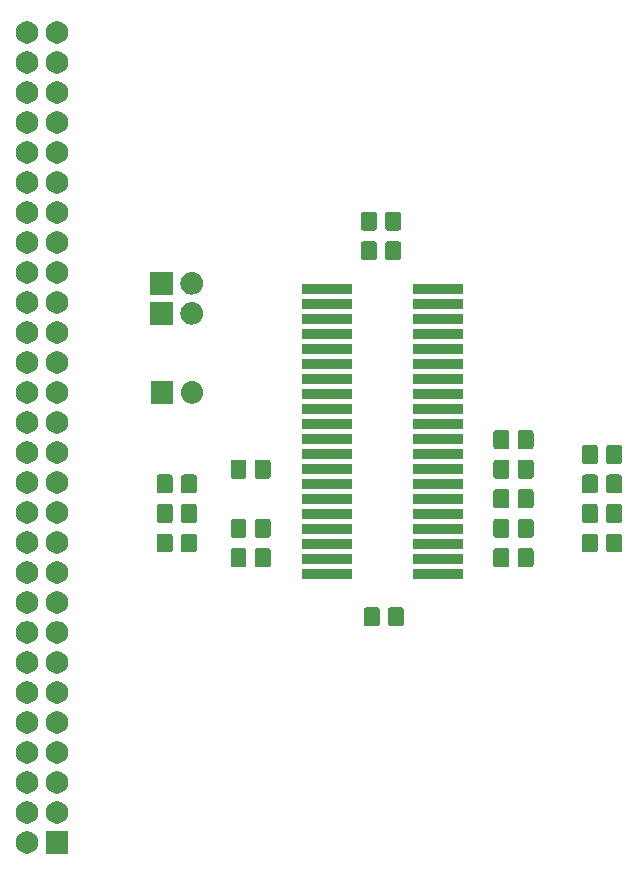
<source format=gts>
G04 #@! TF.GenerationSoftware,KiCad,Pcbnew,5.0.1*
G04 #@! TF.CreationDate,2019-01-27T10:15:17+11:00*
G04 #@! TF.ProjectId,a501 dram based design,61353031206472616D20626173656420,1.0*
G04 #@! TF.SameCoordinates,Original*
G04 #@! TF.FileFunction,Soldermask,Top*
G04 #@! TF.FilePolarity,Negative*
%FSLAX46Y46*%
G04 Gerber Fmt 4.6, Leading zero omitted, Abs format (unit mm)*
G04 Created by KiCad (PCBNEW 5.0.1) date Sun 27 Jan 2019 10:15:17 AEDT*
%MOMM*%
%LPD*%
G01*
G04 APERTURE LIST*
%ADD10C,0.100000*%
G04 APERTURE END LIST*
D10*
G36*
X150811600Y-126046600D02*
X148908400Y-126046600D01*
X148908400Y-124143400D01*
X150811600Y-124143400D01*
X150811600Y-126046600D01*
X150811600Y-126046600D01*
G37*
G36*
X147597571Y-124179969D02*
X147770754Y-124251704D01*
X147925905Y-124355374D01*
X147926609Y-124355844D01*
X148059156Y-124488391D01*
X148059158Y-124488394D01*
X148163296Y-124644246D01*
X148235031Y-124817429D01*
X148271600Y-125001276D01*
X148271600Y-125188724D01*
X148235031Y-125372571D01*
X148163296Y-125545754D01*
X148059626Y-125700905D01*
X148059156Y-125701609D01*
X147926609Y-125834156D01*
X147926606Y-125834158D01*
X147770754Y-125938296D01*
X147597571Y-126010031D01*
X147413724Y-126046600D01*
X147226276Y-126046600D01*
X147042429Y-126010031D01*
X146869246Y-125938296D01*
X146713394Y-125834158D01*
X146713391Y-125834156D01*
X146580844Y-125701609D01*
X146580374Y-125700905D01*
X146476704Y-125545754D01*
X146404969Y-125372571D01*
X146368400Y-125188724D01*
X146368400Y-125001276D01*
X146404969Y-124817429D01*
X146476704Y-124644246D01*
X146580842Y-124488394D01*
X146580844Y-124488391D01*
X146713391Y-124355844D01*
X146714095Y-124355374D01*
X146869246Y-124251704D01*
X147042429Y-124179969D01*
X147226276Y-124143400D01*
X147413724Y-124143400D01*
X147597571Y-124179969D01*
X147597571Y-124179969D01*
G37*
G36*
X147597571Y-121639969D02*
X147770754Y-121711704D01*
X147925905Y-121815374D01*
X147926609Y-121815844D01*
X148059156Y-121948391D01*
X148059158Y-121948394D01*
X148163296Y-122104246D01*
X148235031Y-122277429D01*
X148271600Y-122461276D01*
X148271600Y-122648724D01*
X148235031Y-122832571D01*
X148163296Y-123005754D01*
X148059626Y-123160905D01*
X148059156Y-123161609D01*
X147926609Y-123294156D01*
X147926606Y-123294158D01*
X147770754Y-123398296D01*
X147597571Y-123470031D01*
X147413724Y-123506600D01*
X147226276Y-123506600D01*
X147042429Y-123470031D01*
X146869246Y-123398296D01*
X146713394Y-123294158D01*
X146713391Y-123294156D01*
X146580844Y-123161609D01*
X146580374Y-123160905D01*
X146476704Y-123005754D01*
X146404969Y-122832571D01*
X146368400Y-122648724D01*
X146368400Y-122461276D01*
X146404969Y-122277429D01*
X146476704Y-122104246D01*
X146580842Y-121948394D01*
X146580844Y-121948391D01*
X146713391Y-121815844D01*
X146714095Y-121815374D01*
X146869246Y-121711704D01*
X147042429Y-121639969D01*
X147226276Y-121603400D01*
X147413724Y-121603400D01*
X147597571Y-121639969D01*
X147597571Y-121639969D01*
G37*
G36*
X150137571Y-121639969D02*
X150310754Y-121711704D01*
X150465905Y-121815374D01*
X150466609Y-121815844D01*
X150599156Y-121948391D01*
X150599158Y-121948394D01*
X150703296Y-122104246D01*
X150775031Y-122277429D01*
X150811600Y-122461276D01*
X150811600Y-122648724D01*
X150775031Y-122832571D01*
X150703296Y-123005754D01*
X150599626Y-123160905D01*
X150599156Y-123161609D01*
X150466609Y-123294156D01*
X150466606Y-123294158D01*
X150310754Y-123398296D01*
X150137571Y-123470031D01*
X149953724Y-123506600D01*
X149766276Y-123506600D01*
X149582429Y-123470031D01*
X149409246Y-123398296D01*
X149253394Y-123294158D01*
X149253391Y-123294156D01*
X149120844Y-123161609D01*
X149120374Y-123160905D01*
X149016704Y-123005754D01*
X148944969Y-122832571D01*
X148908400Y-122648724D01*
X148908400Y-122461276D01*
X148944969Y-122277429D01*
X149016704Y-122104246D01*
X149120842Y-121948394D01*
X149120844Y-121948391D01*
X149253391Y-121815844D01*
X149254095Y-121815374D01*
X149409246Y-121711704D01*
X149582429Y-121639969D01*
X149766276Y-121603400D01*
X149953724Y-121603400D01*
X150137571Y-121639969D01*
X150137571Y-121639969D01*
G37*
G36*
X147597571Y-119099969D02*
X147770754Y-119171704D01*
X147925905Y-119275374D01*
X147926609Y-119275844D01*
X148059156Y-119408391D01*
X148059158Y-119408394D01*
X148163296Y-119564246D01*
X148235031Y-119737429D01*
X148271600Y-119921276D01*
X148271600Y-120108724D01*
X148235031Y-120292571D01*
X148163296Y-120465754D01*
X148059626Y-120620905D01*
X148059156Y-120621609D01*
X147926609Y-120754156D01*
X147926606Y-120754158D01*
X147770754Y-120858296D01*
X147597571Y-120930031D01*
X147413724Y-120966600D01*
X147226276Y-120966600D01*
X147042429Y-120930031D01*
X146869246Y-120858296D01*
X146713394Y-120754158D01*
X146713391Y-120754156D01*
X146580844Y-120621609D01*
X146580374Y-120620905D01*
X146476704Y-120465754D01*
X146404969Y-120292571D01*
X146368400Y-120108724D01*
X146368400Y-119921276D01*
X146404969Y-119737429D01*
X146476704Y-119564246D01*
X146580842Y-119408394D01*
X146580844Y-119408391D01*
X146713391Y-119275844D01*
X146714095Y-119275374D01*
X146869246Y-119171704D01*
X147042429Y-119099969D01*
X147226276Y-119063400D01*
X147413724Y-119063400D01*
X147597571Y-119099969D01*
X147597571Y-119099969D01*
G37*
G36*
X150137571Y-119099969D02*
X150310754Y-119171704D01*
X150465905Y-119275374D01*
X150466609Y-119275844D01*
X150599156Y-119408391D01*
X150599158Y-119408394D01*
X150703296Y-119564246D01*
X150775031Y-119737429D01*
X150811600Y-119921276D01*
X150811600Y-120108724D01*
X150775031Y-120292571D01*
X150703296Y-120465754D01*
X150599626Y-120620905D01*
X150599156Y-120621609D01*
X150466609Y-120754156D01*
X150466606Y-120754158D01*
X150310754Y-120858296D01*
X150137571Y-120930031D01*
X149953724Y-120966600D01*
X149766276Y-120966600D01*
X149582429Y-120930031D01*
X149409246Y-120858296D01*
X149253394Y-120754158D01*
X149253391Y-120754156D01*
X149120844Y-120621609D01*
X149120374Y-120620905D01*
X149016704Y-120465754D01*
X148944969Y-120292571D01*
X148908400Y-120108724D01*
X148908400Y-119921276D01*
X148944969Y-119737429D01*
X149016704Y-119564246D01*
X149120842Y-119408394D01*
X149120844Y-119408391D01*
X149253391Y-119275844D01*
X149254095Y-119275374D01*
X149409246Y-119171704D01*
X149582429Y-119099969D01*
X149766276Y-119063400D01*
X149953724Y-119063400D01*
X150137571Y-119099969D01*
X150137571Y-119099969D01*
G37*
G36*
X150137571Y-116559969D02*
X150310754Y-116631704D01*
X150465905Y-116735374D01*
X150466609Y-116735844D01*
X150599156Y-116868391D01*
X150599158Y-116868394D01*
X150703296Y-117024246D01*
X150775031Y-117197429D01*
X150811600Y-117381276D01*
X150811600Y-117568724D01*
X150775031Y-117752571D01*
X150703296Y-117925754D01*
X150599626Y-118080905D01*
X150599156Y-118081609D01*
X150466609Y-118214156D01*
X150466606Y-118214158D01*
X150310754Y-118318296D01*
X150137571Y-118390031D01*
X149953724Y-118426600D01*
X149766276Y-118426600D01*
X149582429Y-118390031D01*
X149409246Y-118318296D01*
X149253394Y-118214158D01*
X149253391Y-118214156D01*
X149120844Y-118081609D01*
X149120374Y-118080905D01*
X149016704Y-117925754D01*
X148944969Y-117752571D01*
X148908400Y-117568724D01*
X148908400Y-117381276D01*
X148944969Y-117197429D01*
X149016704Y-117024246D01*
X149120842Y-116868394D01*
X149120844Y-116868391D01*
X149253391Y-116735844D01*
X149254095Y-116735374D01*
X149409246Y-116631704D01*
X149582429Y-116559969D01*
X149766276Y-116523400D01*
X149953724Y-116523400D01*
X150137571Y-116559969D01*
X150137571Y-116559969D01*
G37*
G36*
X147597571Y-116559969D02*
X147770754Y-116631704D01*
X147925905Y-116735374D01*
X147926609Y-116735844D01*
X148059156Y-116868391D01*
X148059158Y-116868394D01*
X148163296Y-117024246D01*
X148235031Y-117197429D01*
X148271600Y-117381276D01*
X148271600Y-117568724D01*
X148235031Y-117752571D01*
X148163296Y-117925754D01*
X148059626Y-118080905D01*
X148059156Y-118081609D01*
X147926609Y-118214156D01*
X147926606Y-118214158D01*
X147770754Y-118318296D01*
X147597571Y-118390031D01*
X147413724Y-118426600D01*
X147226276Y-118426600D01*
X147042429Y-118390031D01*
X146869246Y-118318296D01*
X146713394Y-118214158D01*
X146713391Y-118214156D01*
X146580844Y-118081609D01*
X146580374Y-118080905D01*
X146476704Y-117925754D01*
X146404969Y-117752571D01*
X146368400Y-117568724D01*
X146368400Y-117381276D01*
X146404969Y-117197429D01*
X146476704Y-117024246D01*
X146580842Y-116868394D01*
X146580844Y-116868391D01*
X146713391Y-116735844D01*
X146714095Y-116735374D01*
X146869246Y-116631704D01*
X147042429Y-116559969D01*
X147226276Y-116523400D01*
X147413724Y-116523400D01*
X147597571Y-116559969D01*
X147597571Y-116559969D01*
G37*
G36*
X147597571Y-114019969D02*
X147770754Y-114091704D01*
X147925905Y-114195374D01*
X147926609Y-114195844D01*
X148059156Y-114328391D01*
X148059158Y-114328394D01*
X148163296Y-114484246D01*
X148235031Y-114657429D01*
X148271600Y-114841276D01*
X148271600Y-115028724D01*
X148235031Y-115212571D01*
X148163296Y-115385754D01*
X148059626Y-115540905D01*
X148059156Y-115541609D01*
X147926609Y-115674156D01*
X147926606Y-115674158D01*
X147770754Y-115778296D01*
X147597571Y-115850031D01*
X147413724Y-115886600D01*
X147226276Y-115886600D01*
X147042429Y-115850031D01*
X146869246Y-115778296D01*
X146713394Y-115674158D01*
X146713391Y-115674156D01*
X146580844Y-115541609D01*
X146580374Y-115540905D01*
X146476704Y-115385754D01*
X146404969Y-115212571D01*
X146368400Y-115028724D01*
X146368400Y-114841276D01*
X146404969Y-114657429D01*
X146476704Y-114484246D01*
X146580842Y-114328394D01*
X146580844Y-114328391D01*
X146713391Y-114195844D01*
X146714095Y-114195374D01*
X146869246Y-114091704D01*
X147042429Y-114019969D01*
X147226276Y-113983400D01*
X147413724Y-113983400D01*
X147597571Y-114019969D01*
X147597571Y-114019969D01*
G37*
G36*
X150137571Y-114019969D02*
X150310754Y-114091704D01*
X150465905Y-114195374D01*
X150466609Y-114195844D01*
X150599156Y-114328391D01*
X150599158Y-114328394D01*
X150703296Y-114484246D01*
X150775031Y-114657429D01*
X150811600Y-114841276D01*
X150811600Y-115028724D01*
X150775031Y-115212571D01*
X150703296Y-115385754D01*
X150599626Y-115540905D01*
X150599156Y-115541609D01*
X150466609Y-115674156D01*
X150466606Y-115674158D01*
X150310754Y-115778296D01*
X150137571Y-115850031D01*
X149953724Y-115886600D01*
X149766276Y-115886600D01*
X149582429Y-115850031D01*
X149409246Y-115778296D01*
X149253394Y-115674158D01*
X149253391Y-115674156D01*
X149120844Y-115541609D01*
X149120374Y-115540905D01*
X149016704Y-115385754D01*
X148944969Y-115212571D01*
X148908400Y-115028724D01*
X148908400Y-114841276D01*
X148944969Y-114657429D01*
X149016704Y-114484246D01*
X149120842Y-114328394D01*
X149120844Y-114328391D01*
X149253391Y-114195844D01*
X149254095Y-114195374D01*
X149409246Y-114091704D01*
X149582429Y-114019969D01*
X149766276Y-113983400D01*
X149953724Y-113983400D01*
X150137571Y-114019969D01*
X150137571Y-114019969D01*
G37*
G36*
X147597571Y-111479969D02*
X147770754Y-111551704D01*
X147925905Y-111655374D01*
X147926609Y-111655844D01*
X148059156Y-111788391D01*
X148059158Y-111788394D01*
X148163296Y-111944246D01*
X148235031Y-112117429D01*
X148271600Y-112301276D01*
X148271600Y-112488724D01*
X148235031Y-112672571D01*
X148163296Y-112845754D01*
X148059626Y-113000905D01*
X148059156Y-113001609D01*
X147926609Y-113134156D01*
X147926606Y-113134158D01*
X147770754Y-113238296D01*
X147597571Y-113310031D01*
X147413724Y-113346600D01*
X147226276Y-113346600D01*
X147042429Y-113310031D01*
X146869246Y-113238296D01*
X146713394Y-113134158D01*
X146713391Y-113134156D01*
X146580844Y-113001609D01*
X146580374Y-113000905D01*
X146476704Y-112845754D01*
X146404969Y-112672571D01*
X146368400Y-112488724D01*
X146368400Y-112301276D01*
X146404969Y-112117429D01*
X146476704Y-111944246D01*
X146580842Y-111788394D01*
X146580844Y-111788391D01*
X146713391Y-111655844D01*
X146714095Y-111655374D01*
X146869246Y-111551704D01*
X147042429Y-111479969D01*
X147226276Y-111443400D01*
X147413724Y-111443400D01*
X147597571Y-111479969D01*
X147597571Y-111479969D01*
G37*
G36*
X150137571Y-111479969D02*
X150310754Y-111551704D01*
X150465905Y-111655374D01*
X150466609Y-111655844D01*
X150599156Y-111788391D01*
X150599158Y-111788394D01*
X150703296Y-111944246D01*
X150775031Y-112117429D01*
X150811600Y-112301276D01*
X150811600Y-112488724D01*
X150775031Y-112672571D01*
X150703296Y-112845754D01*
X150599626Y-113000905D01*
X150599156Y-113001609D01*
X150466609Y-113134156D01*
X150466606Y-113134158D01*
X150310754Y-113238296D01*
X150137571Y-113310031D01*
X149953724Y-113346600D01*
X149766276Y-113346600D01*
X149582429Y-113310031D01*
X149409246Y-113238296D01*
X149253394Y-113134158D01*
X149253391Y-113134156D01*
X149120844Y-113001609D01*
X149120374Y-113000905D01*
X149016704Y-112845754D01*
X148944969Y-112672571D01*
X148908400Y-112488724D01*
X148908400Y-112301276D01*
X148944969Y-112117429D01*
X149016704Y-111944246D01*
X149120842Y-111788394D01*
X149120844Y-111788391D01*
X149253391Y-111655844D01*
X149254095Y-111655374D01*
X149409246Y-111551704D01*
X149582429Y-111479969D01*
X149766276Y-111443400D01*
X149953724Y-111443400D01*
X150137571Y-111479969D01*
X150137571Y-111479969D01*
G37*
G36*
X147597571Y-108939969D02*
X147770754Y-109011704D01*
X147925905Y-109115374D01*
X147926609Y-109115844D01*
X148059156Y-109248391D01*
X148059158Y-109248394D01*
X148163296Y-109404246D01*
X148235031Y-109577429D01*
X148271600Y-109761276D01*
X148271600Y-109948724D01*
X148235031Y-110132571D01*
X148163296Y-110305754D01*
X148059626Y-110460905D01*
X148059156Y-110461609D01*
X147926609Y-110594156D01*
X147926606Y-110594158D01*
X147770754Y-110698296D01*
X147597571Y-110770031D01*
X147413724Y-110806600D01*
X147226276Y-110806600D01*
X147042429Y-110770031D01*
X146869246Y-110698296D01*
X146713394Y-110594158D01*
X146713391Y-110594156D01*
X146580844Y-110461609D01*
X146580374Y-110460905D01*
X146476704Y-110305754D01*
X146404969Y-110132571D01*
X146368400Y-109948724D01*
X146368400Y-109761276D01*
X146404969Y-109577429D01*
X146476704Y-109404246D01*
X146580842Y-109248394D01*
X146580844Y-109248391D01*
X146713391Y-109115844D01*
X146714095Y-109115374D01*
X146869246Y-109011704D01*
X147042429Y-108939969D01*
X147226276Y-108903400D01*
X147413724Y-108903400D01*
X147597571Y-108939969D01*
X147597571Y-108939969D01*
G37*
G36*
X150137571Y-108939969D02*
X150310754Y-109011704D01*
X150465905Y-109115374D01*
X150466609Y-109115844D01*
X150599156Y-109248391D01*
X150599158Y-109248394D01*
X150703296Y-109404246D01*
X150775031Y-109577429D01*
X150811600Y-109761276D01*
X150811600Y-109948724D01*
X150775031Y-110132571D01*
X150703296Y-110305754D01*
X150599626Y-110460905D01*
X150599156Y-110461609D01*
X150466609Y-110594156D01*
X150466606Y-110594158D01*
X150310754Y-110698296D01*
X150137571Y-110770031D01*
X149953724Y-110806600D01*
X149766276Y-110806600D01*
X149582429Y-110770031D01*
X149409246Y-110698296D01*
X149253394Y-110594158D01*
X149253391Y-110594156D01*
X149120844Y-110461609D01*
X149120374Y-110460905D01*
X149016704Y-110305754D01*
X148944969Y-110132571D01*
X148908400Y-109948724D01*
X148908400Y-109761276D01*
X148944969Y-109577429D01*
X149016704Y-109404246D01*
X149120842Y-109248394D01*
X149120844Y-109248391D01*
X149253391Y-109115844D01*
X149254095Y-109115374D01*
X149409246Y-109011704D01*
X149582429Y-108939969D01*
X149766276Y-108903400D01*
X149953724Y-108903400D01*
X150137571Y-108939969D01*
X150137571Y-108939969D01*
G37*
G36*
X147597571Y-106399969D02*
X147770754Y-106471704D01*
X147910106Y-106564817D01*
X147926609Y-106575844D01*
X148059156Y-106708391D01*
X148059158Y-106708394D01*
X148163296Y-106864246D01*
X148235031Y-107037429D01*
X148271600Y-107221276D01*
X148271600Y-107408724D01*
X148235031Y-107592571D01*
X148163296Y-107765754D01*
X148059626Y-107920905D01*
X148059156Y-107921609D01*
X147926609Y-108054156D01*
X147926606Y-108054158D01*
X147770754Y-108158296D01*
X147597571Y-108230031D01*
X147413724Y-108266600D01*
X147226276Y-108266600D01*
X147042429Y-108230031D01*
X146869246Y-108158296D01*
X146713394Y-108054158D01*
X146713391Y-108054156D01*
X146580844Y-107921609D01*
X146580374Y-107920905D01*
X146476704Y-107765754D01*
X146404969Y-107592571D01*
X146368400Y-107408724D01*
X146368400Y-107221276D01*
X146404969Y-107037429D01*
X146476704Y-106864246D01*
X146580842Y-106708394D01*
X146580844Y-106708391D01*
X146713391Y-106575844D01*
X146729894Y-106564817D01*
X146869246Y-106471704D01*
X147042429Y-106399969D01*
X147226276Y-106363400D01*
X147413724Y-106363400D01*
X147597571Y-106399969D01*
X147597571Y-106399969D01*
G37*
G36*
X150137571Y-106399969D02*
X150310754Y-106471704D01*
X150450106Y-106564817D01*
X150466609Y-106575844D01*
X150599156Y-106708391D01*
X150599158Y-106708394D01*
X150703296Y-106864246D01*
X150775031Y-107037429D01*
X150811600Y-107221276D01*
X150811600Y-107408724D01*
X150775031Y-107592571D01*
X150703296Y-107765754D01*
X150599626Y-107920905D01*
X150599156Y-107921609D01*
X150466609Y-108054156D01*
X150466606Y-108054158D01*
X150310754Y-108158296D01*
X150137571Y-108230031D01*
X149953724Y-108266600D01*
X149766276Y-108266600D01*
X149582429Y-108230031D01*
X149409246Y-108158296D01*
X149253394Y-108054158D01*
X149253391Y-108054156D01*
X149120844Y-107921609D01*
X149120374Y-107920905D01*
X149016704Y-107765754D01*
X148944969Y-107592571D01*
X148908400Y-107408724D01*
X148908400Y-107221276D01*
X148944969Y-107037429D01*
X149016704Y-106864246D01*
X149120842Y-106708394D01*
X149120844Y-106708391D01*
X149253391Y-106575844D01*
X149269894Y-106564817D01*
X149409246Y-106471704D01*
X149582429Y-106399969D01*
X149766276Y-106363400D01*
X149953724Y-106363400D01*
X150137571Y-106399969D01*
X150137571Y-106399969D01*
G37*
G36*
X179047479Y-105203276D02*
X179089080Y-105215896D01*
X179127422Y-105236391D01*
X179161029Y-105263971D01*
X179188609Y-105297578D01*
X179209104Y-105335920D01*
X179221724Y-105377521D01*
X179226600Y-105427033D01*
X179226600Y-106572967D01*
X179221724Y-106622479D01*
X179209104Y-106664080D01*
X179188609Y-106702422D01*
X179161029Y-106736029D01*
X179127422Y-106763609D01*
X179089080Y-106784104D01*
X179047479Y-106796724D01*
X178997967Y-106801600D01*
X178102033Y-106801600D01*
X178052521Y-106796724D01*
X178010920Y-106784104D01*
X177972578Y-106763609D01*
X177938971Y-106736029D01*
X177911391Y-106702422D01*
X177890896Y-106664080D01*
X177878276Y-106622479D01*
X177873400Y-106572967D01*
X177873400Y-105427033D01*
X177878276Y-105377521D01*
X177890896Y-105335920D01*
X177911391Y-105297578D01*
X177938971Y-105263971D01*
X177972578Y-105236391D01*
X178010920Y-105215896D01*
X178052521Y-105203276D01*
X178102033Y-105198400D01*
X178997967Y-105198400D01*
X179047479Y-105203276D01*
X179047479Y-105203276D01*
G37*
G36*
X176997479Y-105203276D02*
X177039080Y-105215896D01*
X177077422Y-105236391D01*
X177111029Y-105263971D01*
X177138609Y-105297578D01*
X177159104Y-105335920D01*
X177171724Y-105377521D01*
X177176600Y-105427033D01*
X177176600Y-106572967D01*
X177171724Y-106622479D01*
X177159104Y-106664080D01*
X177138609Y-106702422D01*
X177111029Y-106736029D01*
X177077422Y-106763609D01*
X177039080Y-106784104D01*
X176997479Y-106796724D01*
X176947967Y-106801600D01*
X176052033Y-106801600D01*
X176002521Y-106796724D01*
X175960920Y-106784104D01*
X175922578Y-106763609D01*
X175888971Y-106736029D01*
X175861391Y-106702422D01*
X175840896Y-106664080D01*
X175828276Y-106622479D01*
X175823400Y-106572967D01*
X175823400Y-105427033D01*
X175828276Y-105377521D01*
X175840896Y-105335920D01*
X175861391Y-105297578D01*
X175888971Y-105263971D01*
X175922578Y-105236391D01*
X175960920Y-105215896D01*
X176002521Y-105203276D01*
X176052033Y-105198400D01*
X176947967Y-105198400D01*
X176997479Y-105203276D01*
X176997479Y-105203276D01*
G37*
G36*
X147597571Y-103859969D02*
X147770754Y-103931704D01*
X147925905Y-104035374D01*
X147926609Y-104035844D01*
X148059156Y-104168391D01*
X148059158Y-104168394D01*
X148163296Y-104324246D01*
X148235031Y-104497429D01*
X148271600Y-104681276D01*
X148271600Y-104868724D01*
X148235031Y-105052571D01*
X148163296Y-105225754D01*
X148061888Y-105377521D01*
X148059156Y-105381609D01*
X147926609Y-105514156D01*
X147926606Y-105514158D01*
X147770754Y-105618296D01*
X147597571Y-105690031D01*
X147413724Y-105726600D01*
X147226276Y-105726600D01*
X147042429Y-105690031D01*
X146869246Y-105618296D01*
X146713394Y-105514158D01*
X146713391Y-105514156D01*
X146580844Y-105381609D01*
X146578112Y-105377521D01*
X146476704Y-105225754D01*
X146404969Y-105052571D01*
X146368400Y-104868724D01*
X146368400Y-104681276D01*
X146404969Y-104497429D01*
X146476704Y-104324246D01*
X146580842Y-104168394D01*
X146580844Y-104168391D01*
X146713391Y-104035844D01*
X146714095Y-104035374D01*
X146869246Y-103931704D01*
X147042429Y-103859969D01*
X147226276Y-103823400D01*
X147413724Y-103823400D01*
X147597571Y-103859969D01*
X147597571Y-103859969D01*
G37*
G36*
X150137571Y-103859969D02*
X150310754Y-103931704D01*
X150465905Y-104035374D01*
X150466609Y-104035844D01*
X150599156Y-104168391D01*
X150599158Y-104168394D01*
X150703296Y-104324246D01*
X150775031Y-104497429D01*
X150811600Y-104681276D01*
X150811600Y-104868724D01*
X150775031Y-105052571D01*
X150703296Y-105225754D01*
X150601888Y-105377521D01*
X150599156Y-105381609D01*
X150466609Y-105514156D01*
X150466606Y-105514158D01*
X150310754Y-105618296D01*
X150137571Y-105690031D01*
X149953724Y-105726600D01*
X149766276Y-105726600D01*
X149582429Y-105690031D01*
X149409246Y-105618296D01*
X149253394Y-105514158D01*
X149253391Y-105514156D01*
X149120844Y-105381609D01*
X149118112Y-105377521D01*
X149016704Y-105225754D01*
X148944969Y-105052571D01*
X148908400Y-104868724D01*
X148908400Y-104681276D01*
X148944969Y-104497429D01*
X149016704Y-104324246D01*
X149120842Y-104168394D01*
X149120844Y-104168391D01*
X149253391Y-104035844D01*
X149254095Y-104035374D01*
X149409246Y-103931704D01*
X149582429Y-103859969D01*
X149766276Y-103823400D01*
X149953724Y-103823400D01*
X150137571Y-103859969D01*
X150137571Y-103859969D01*
G37*
G36*
X150137571Y-101319969D02*
X150310754Y-101391704D01*
X150465905Y-101495374D01*
X150466609Y-101495844D01*
X150599156Y-101628391D01*
X150599158Y-101628394D01*
X150703296Y-101784246D01*
X150775031Y-101957429D01*
X150811600Y-102141276D01*
X150811600Y-102328724D01*
X150775031Y-102512571D01*
X150703296Y-102685754D01*
X150639587Y-102781100D01*
X150599156Y-102841609D01*
X150466609Y-102974156D01*
X150466606Y-102974158D01*
X150310754Y-103078296D01*
X150137571Y-103150031D01*
X149953724Y-103186600D01*
X149766276Y-103186600D01*
X149582429Y-103150031D01*
X149409246Y-103078296D01*
X149253394Y-102974158D01*
X149253391Y-102974156D01*
X149120844Y-102841609D01*
X149080413Y-102781100D01*
X149016704Y-102685754D01*
X148944969Y-102512571D01*
X148908400Y-102328724D01*
X148908400Y-102141276D01*
X148944969Y-101957429D01*
X149016704Y-101784246D01*
X149120842Y-101628394D01*
X149120844Y-101628391D01*
X149253391Y-101495844D01*
X149254095Y-101495374D01*
X149409246Y-101391704D01*
X149582429Y-101319969D01*
X149766276Y-101283400D01*
X149953724Y-101283400D01*
X150137571Y-101319969D01*
X150137571Y-101319969D01*
G37*
G36*
X147597571Y-101319969D02*
X147770754Y-101391704D01*
X147925905Y-101495374D01*
X147926609Y-101495844D01*
X148059156Y-101628391D01*
X148059158Y-101628394D01*
X148163296Y-101784246D01*
X148235031Y-101957429D01*
X148271600Y-102141276D01*
X148271600Y-102328724D01*
X148235031Y-102512571D01*
X148163296Y-102685754D01*
X148099587Y-102781100D01*
X148059156Y-102841609D01*
X147926609Y-102974156D01*
X147926606Y-102974158D01*
X147770754Y-103078296D01*
X147597571Y-103150031D01*
X147413724Y-103186600D01*
X147226276Y-103186600D01*
X147042429Y-103150031D01*
X146869246Y-103078296D01*
X146713394Y-102974158D01*
X146713391Y-102974156D01*
X146580844Y-102841609D01*
X146540413Y-102781100D01*
X146476704Y-102685754D01*
X146404969Y-102512571D01*
X146368400Y-102328724D01*
X146368400Y-102141276D01*
X146404969Y-101957429D01*
X146476704Y-101784246D01*
X146580842Y-101628394D01*
X146580844Y-101628391D01*
X146713391Y-101495844D01*
X146714095Y-101495374D01*
X146869246Y-101391704D01*
X147042429Y-101319969D01*
X147226276Y-101283400D01*
X147413724Y-101283400D01*
X147597571Y-101319969D01*
X147597571Y-101319969D01*
G37*
G36*
X184221600Y-102781100D02*
X180018400Y-102781100D01*
X180018400Y-101942900D01*
X184221600Y-101942900D01*
X184221600Y-102781100D01*
X184221600Y-102781100D01*
G37*
G36*
X174821600Y-102781100D02*
X170618400Y-102781100D01*
X170618400Y-101942900D01*
X174821600Y-101942900D01*
X174821600Y-102781100D01*
X174821600Y-102781100D01*
G37*
G36*
X165722479Y-100203276D02*
X165764080Y-100215896D01*
X165802422Y-100236391D01*
X165836029Y-100263971D01*
X165863609Y-100297578D01*
X165884104Y-100335920D01*
X165896724Y-100377521D01*
X165901600Y-100427033D01*
X165901600Y-101572967D01*
X165896724Y-101622479D01*
X165884104Y-101664080D01*
X165863609Y-101702422D01*
X165836029Y-101736029D01*
X165802422Y-101763609D01*
X165764080Y-101784104D01*
X165722479Y-101796724D01*
X165672967Y-101801600D01*
X164777033Y-101801600D01*
X164727521Y-101796724D01*
X164685920Y-101784104D01*
X164647578Y-101763609D01*
X164613971Y-101736029D01*
X164586391Y-101702422D01*
X164565896Y-101664080D01*
X164553276Y-101622479D01*
X164548400Y-101572967D01*
X164548400Y-100427033D01*
X164553276Y-100377521D01*
X164565896Y-100335920D01*
X164586391Y-100297578D01*
X164613971Y-100263971D01*
X164647578Y-100236391D01*
X164685920Y-100215896D01*
X164727521Y-100203276D01*
X164777033Y-100198400D01*
X165672967Y-100198400D01*
X165722479Y-100203276D01*
X165722479Y-100203276D01*
G37*
G36*
X167772479Y-100203276D02*
X167814080Y-100215896D01*
X167852422Y-100236391D01*
X167886029Y-100263971D01*
X167913609Y-100297578D01*
X167934104Y-100335920D01*
X167946724Y-100377521D01*
X167951600Y-100427033D01*
X167951600Y-101572967D01*
X167946724Y-101622479D01*
X167934104Y-101664080D01*
X167913609Y-101702422D01*
X167886029Y-101736029D01*
X167852422Y-101763609D01*
X167814080Y-101784104D01*
X167772479Y-101796724D01*
X167722967Y-101801600D01*
X166827033Y-101801600D01*
X166777521Y-101796724D01*
X166735920Y-101784104D01*
X166697578Y-101763609D01*
X166663971Y-101736029D01*
X166636391Y-101702422D01*
X166615896Y-101664080D01*
X166603276Y-101622479D01*
X166598400Y-101572967D01*
X166598400Y-100427033D01*
X166603276Y-100377521D01*
X166615896Y-100335920D01*
X166636391Y-100297578D01*
X166663971Y-100263971D01*
X166697578Y-100236391D01*
X166735920Y-100215896D01*
X166777521Y-100203276D01*
X166827033Y-100198400D01*
X167722967Y-100198400D01*
X167772479Y-100203276D01*
X167772479Y-100203276D01*
G37*
G36*
X190022479Y-100203276D02*
X190064080Y-100215896D01*
X190102422Y-100236391D01*
X190136029Y-100263971D01*
X190163609Y-100297578D01*
X190184104Y-100335920D01*
X190196724Y-100377521D01*
X190201600Y-100427033D01*
X190201600Y-101572967D01*
X190196724Y-101622479D01*
X190184104Y-101664080D01*
X190163609Y-101702422D01*
X190136029Y-101736029D01*
X190102422Y-101763609D01*
X190064080Y-101784104D01*
X190022479Y-101796724D01*
X189972967Y-101801600D01*
X189077033Y-101801600D01*
X189027521Y-101796724D01*
X188985920Y-101784104D01*
X188947578Y-101763609D01*
X188913971Y-101736029D01*
X188886391Y-101702422D01*
X188865896Y-101664080D01*
X188853276Y-101622479D01*
X188848400Y-101572967D01*
X188848400Y-100427033D01*
X188853276Y-100377521D01*
X188865896Y-100335920D01*
X188886391Y-100297578D01*
X188913971Y-100263971D01*
X188947578Y-100236391D01*
X188985920Y-100215896D01*
X189027521Y-100203276D01*
X189077033Y-100198400D01*
X189972967Y-100198400D01*
X190022479Y-100203276D01*
X190022479Y-100203276D01*
G37*
G36*
X187972479Y-100203276D02*
X188014080Y-100215896D01*
X188052422Y-100236391D01*
X188086029Y-100263971D01*
X188113609Y-100297578D01*
X188134104Y-100335920D01*
X188146724Y-100377521D01*
X188151600Y-100427033D01*
X188151600Y-101572967D01*
X188146724Y-101622479D01*
X188134104Y-101664080D01*
X188113609Y-101702422D01*
X188086029Y-101736029D01*
X188052422Y-101763609D01*
X188014080Y-101784104D01*
X187972479Y-101796724D01*
X187922967Y-101801600D01*
X187027033Y-101801600D01*
X186977521Y-101796724D01*
X186935920Y-101784104D01*
X186897578Y-101763609D01*
X186863971Y-101736029D01*
X186836391Y-101702422D01*
X186815896Y-101664080D01*
X186803276Y-101622479D01*
X186798400Y-101572967D01*
X186798400Y-100427033D01*
X186803276Y-100377521D01*
X186815896Y-100335920D01*
X186836391Y-100297578D01*
X186863971Y-100263971D01*
X186897578Y-100236391D01*
X186935920Y-100215896D01*
X186977521Y-100203276D01*
X187027033Y-100198400D01*
X187922967Y-100198400D01*
X187972479Y-100203276D01*
X187972479Y-100203276D01*
G37*
G36*
X174821600Y-101511100D02*
X170618400Y-101511100D01*
X170618400Y-100672900D01*
X174821600Y-100672900D01*
X174821600Y-101511100D01*
X174821600Y-101511100D01*
G37*
G36*
X184221600Y-101511100D02*
X180018400Y-101511100D01*
X180018400Y-100672900D01*
X184221600Y-100672900D01*
X184221600Y-101511100D01*
X184221600Y-101511100D01*
G37*
G36*
X147597571Y-98779969D02*
X147770754Y-98851704D01*
X147915468Y-98948400D01*
X147926609Y-98955844D01*
X148059156Y-99088391D01*
X148059158Y-99088394D01*
X148163296Y-99244246D01*
X148235031Y-99417429D01*
X148271600Y-99601276D01*
X148271600Y-99788724D01*
X148235031Y-99972571D01*
X148163296Y-100145754D01*
X148084305Y-100263971D01*
X148059156Y-100301609D01*
X147926609Y-100434156D01*
X147926606Y-100434158D01*
X147770754Y-100538296D01*
X147597571Y-100610031D01*
X147413724Y-100646600D01*
X147226276Y-100646600D01*
X147042429Y-100610031D01*
X146869246Y-100538296D01*
X146713394Y-100434158D01*
X146713391Y-100434156D01*
X146580844Y-100301609D01*
X146555695Y-100263971D01*
X146476704Y-100145754D01*
X146404969Y-99972571D01*
X146368400Y-99788724D01*
X146368400Y-99601276D01*
X146404969Y-99417429D01*
X146476704Y-99244246D01*
X146580842Y-99088394D01*
X146580844Y-99088391D01*
X146713391Y-98955844D01*
X146724532Y-98948400D01*
X146869246Y-98851704D01*
X147042429Y-98779969D01*
X147226276Y-98743400D01*
X147413724Y-98743400D01*
X147597571Y-98779969D01*
X147597571Y-98779969D01*
G37*
G36*
X150137571Y-98779969D02*
X150310754Y-98851704D01*
X150455468Y-98948400D01*
X150466609Y-98955844D01*
X150599156Y-99088391D01*
X150599158Y-99088394D01*
X150703296Y-99244246D01*
X150775031Y-99417429D01*
X150811600Y-99601276D01*
X150811600Y-99788724D01*
X150775031Y-99972571D01*
X150703296Y-100145754D01*
X150624305Y-100263971D01*
X150599156Y-100301609D01*
X150466609Y-100434156D01*
X150466606Y-100434158D01*
X150310754Y-100538296D01*
X150137571Y-100610031D01*
X149953724Y-100646600D01*
X149766276Y-100646600D01*
X149582429Y-100610031D01*
X149409246Y-100538296D01*
X149253394Y-100434158D01*
X149253391Y-100434156D01*
X149120844Y-100301609D01*
X149095695Y-100263971D01*
X149016704Y-100145754D01*
X148944969Y-99972571D01*
X148908400Y-99788724D01*
X148908400Y-99601276D01*
X148944969Y-99417429D01*
X149016704Y-99244246D01*
X149120842Y-99088394D01*
X149120844Y-99088391D01*
X149253391Y-98955844D01*
X149264532Y-98948400D01*
X149409246Y-98851704D01*
X149582429Y-98779969D01*
X149766276Y-98743400D01*
X149953724Y-98743400D01*
X150137571Y-98779969D01*
X150137571Y-98779969D01*
G37*
G36*
X159472479Y-98953276D02*
X159514080Y-98965896D01*
X159552422Y-98986391D01*
X159586029Y-99013971D01*
X159613609Y-99047578D01*
X159634104Y-99085920D01*
X159646724Y-99127521D01*
X159651600Y-99177033D01*
X159651600Y-100322967D01*
X159646724Y-100372479D01*
X159634104Y-100414080D01*
X159613609Y-100452422D01*
X159586029Y-100486029D01*
X159552422Y-100513609D01*
X159514080Y-100534104D01*
X159472479Y-100546724D01*
X159422967Y-100551600D01*
X158527033Y-100551600D01*
X158477521Y-100546724D01*
X158435920Y-100534104D01*
X158397578Y-100513609D01*
X158363971Y-100486029D01*
X158336391Y-100452422D01*
X158315896Y-100414080D01*
X158303276Y-100372479D01*
X158298400Y-100322967D01*
X158298400Y-99177033D01*
X158303276Y-99127521D01*
X158315896Y-99085920D01*
X158336391Y-99047578D01*
X158363971Y-99013971D01*
X158397578Y-98986391D01*
X158435920Y-98965896D01*
X158477521Y-98953276D01*
X158527033Y-98948400D01*
X159422967Y-98948400D01*
X159472479Y-98953276D01*
X159472479Y-98953276D01*
G37*
G36*
X161522479Y-98953276D02*
X161564080Y-98965896D01*
X161602422Y-98986391D01*
X161636029Y-99013971D01*
X161663609Y-99047578D01*
X161684104Y-99085920D01*
X161696724Y-99127521D01*
X161701600Y-99177033D01*
X161701600Y-100322967D01*
X161696724Y-100372479D01*
X161684104Y-100414080D01*
X161663609Y-100452422D01*
X161636029Y-100486029D01*
X161602422Y-100513609D01*
X161564080Y-100534104D01*
X161522479Y-100546724D01*
X161472967Y-100551600D01*
X160577033Y-100551600D01*
X160527521Y-100546724D01*
X160485920Y-100534104D01*
X160447578Y-100513609D01*
X160413971Y-100486029D01*
X160386391Y-100452422D01*
X160365896Y-100414080D01*
X160353276Y-100372479D01*
X160348400Y-100322967D01*
X160348400Y-99177033D01*
X160353276Y-99127521D01*
X160365896Y-99085920D01*
X160386391Y-99047578D01*
X160413971Y-99013971D01*
X160447578Y-98986391D01*
X160485920Y-98965896D01*
X160527521Y-98953276D01*
X160577033Y-98948400D01*
X161472967Y-98948400D01*
X161522479Y-98953276D01*
X161522479Y-98953276D01*
G37*
G36*
X195472479Y-98953276D02*
X195514080Y-98965896D01*
X195552422Y-98986391D01*
X195586029Y-99013971D01*
X195613609Y-99047578D01*
X195634104Y-99085920D01*
X195646724Y-99127521D01*
X195651600Y-99177033D01*
X195651600Y-100322967D01*
X195646724Y-100372479D01*
X195634104Y-100414080D01*
X195613609Y-100452422D01*
X195586029Y-100486029D01*
X195552422Y-100513609D01*
X195514080Y-100534104D01*
X195472479Y-100546724D01*
X195422967Y-100551600D01*
X194527033Y-100551600D01*
X194477521Y-100546724D01*
X194435920Y-100534104D01*
X194397578Y-100513609D01*
X194363971Y-100486029D01*
X194336391Y-100452422D01*
X194315896Y-100414080D01*
X194303276Y-100372479D01*
X194298400Y-100322967D01*
X194298400Y-99177033D01*
X194303276Y-99127521D01*
X194315896Y-99085920D01*
X194336391Y-99047578D01*
X194363971Y-99013971D01*
X194397578Y-98986391D01*
X194435920Y-98965896D01*
X194477521Y-98953276D01*
X194527033Y-98948400D01*
X195422967Y-98948400D01*
X195472479Y-98953276D01*
X195472479Y-98953276D01*
G37*
G36*
X197522479Y-98953276D02*
X197564080Y-98965896D01*
X197602422Y-98986391D01*
X197636029Y-99013971D01*
X197663609Y-99047578D01*
X197684104Y-99085920D01*
X197696724Y-99127521D01*
X197701600Y-99177033D01*
X197701600Y-100322967D01*
X197696724Y-100372479D01*
X197684104Y-100414080D01*
X197663609Y-100452422D01*
X197636029Y-100486029D01*
X197602422Y-100513609D01*
X197564080Y-100534104D01*
X197522479Y-100546724D01*
X197472967Y-100551600D01*
X196577033Y-100551600D01*
X196527521Y-100546724D01*
X196485920Y-100534104D01*
X196447578Y-100513609D01*
X196413971Y-100486029D01*
X196386391Y-100452422D01*
X196365896Y-100414080D01*
X196353276Y-100372479D01*
X196348400Y-100322967D01*
X196348400Y-99177033D01*
X196353276Y-99127521D01*
X196365896Y-99085920D01*
X196386391Y-99047578D01*
X196413971Y-99013971D01*
X196447578Y-98986391D01*
X196485920Y-98965896D01*
X196527521Y-98953276D01*
X196577033Y-98948400D01*
X197472967Y-98948400D01*
X197522479Y-98953276D01*
X197522479Y-98953276D01*
G37*
G36*
X174821600Y-100241100D02*
X170618400Y-100241100D01*
X170618400Y-99402900D01*
X174821600Y-99402900D01*
X174821600Y-100241100D01*
X174821600Y-100241100D01*
G37*
G36*
X184221600Y-100241100D02*
X180018400Y-100241100D01*
X180018400Y-99402900D01*
X184221600Y-99402900D01*
X184221600Y-100241100D01*
X184221600Y-100241100D01*
G37*
G36*
X165722479Y-97703276D02*
X165764080Y-97715896D01*
X165802422Y-97736391D01*
X165836029Y-97763971D01*
X165863609Y-97797578D01*
X165884104Y-97835920D01*
X165896724Y-97877521D01*
X165901600Y-97927033D01*
X165901600Y-99072967D01*
X165896724Y-99122479D01*
X165884104Y-99164080D01*
X165863609Y-99202422D01*
X165836029Y-99236029D01*
X165802422Y-99263609D01*
X165764080Y-99284104D01*
X165722479Y-99296724D01*
X165672967Y-99301600D01*
X164777033Y-99301600D01*
X164727521Y-99296724D01*
X164685920Y-99284104D01*
X164647578Y-99263609D01*
X164613971Y-99236029D01*
X164586391Y-99202422D01*
X164565896Y-99164080D01*
X164553276Y-99122479D01*
X164548400Y-99072967D01*
X164548400Y-97927033D01*
X164553276Y-97877521D01*
X164565896Y-97835920D01*
X164586391Y-97797578D01*
X164613971Y-97763971D01*
X164647578Y-97736391D01*
X164685920Y-97715896D01*
X164727521Y-97703276D01*
X164777033Y-97698400D01*
X165672967Y-97698400D01*
X165722479Y-97703276D01*
X165722479Y-97703276D01*
G37*
G36*
X167772479Y-97703276D02*
X167814080Y-97715896D01*
X167852422Y-97736391D01*
X167886029Y-97763971D01*
X167913609Y-97797578D01*
X167934104Y-97835920D01*
X167946724Y-97877521D01*
X167951600Y-97927033D01*
X167951600Y-99072967D01*
X167946724Y-99122479D01*
X167934104Y-99164080D01*
X167913609Y-99202422D01*
X167886029Y-99236029D01*
X167852422Y-99263609D01*
X167814080Y-99284104D01*
X167772479Y-99296724D01*
X167722967Y-99301600D01*
X166827033Y-99301600D01*
X166777521Y-99296724D01*
X166735920Y-99284104D01*
X166697578Y-99263609D01*
X166663971Y-99236029D01*
X166636391Y-99202422D01*
X166615896Y-99164080D01*
X166603276Y-99122479D01*
X166598400Y-99072967D01*
X166598400Y-97927033D01*
X166603276Y-97877521D01*
X166615896Y-97835920D01*
X166636391Y-97797578D01*
X166663971Y-97763971D01*
X166697578Y-97736391D01*
X166735920Y-97715896D01*
X166777521Y-97703276D01*
X166827033Y-97698400D01*
X167722967Y-97698400D01*
X167772479Y-97703276D01*
X167772479Y-97703276D01*
G37*
G36*
X187972479Y-97703276D02*
X188014080Y-97715896D01*
X188052422Y-97736391D01*
X188086029Y-97763971D01*
X188113609Y-97797578D01*
X188134104Y-97835920D01*
X188146724Y-97877521D01*
X188151600Y-97927033D01*
X188151600Y-99072967D01*
X188146724Y-99122479D01*
X188134104Y-99164080D01*
X188113609Y-99202422D01*
X188086029Y-99236029D01*
X188052422Y-99263609D01*
X188014080Y-99284104D01*
X187972479Y-99296724D01*
X187922967Y-99301600D01*
X187027033Y-99301600D01*
X186977521Y-99296724D01*
X186935920Y-99284104D01*
X186897578Y-99263609D01*
X186863971Y-99236029D01*
X186836391Y-99202422D01*
X186815896Y-99164080D01*
X186803276Y-99122479D01*
X186798400Y-99072967D01*
X186798400Y-97927033D01*
X186803276Y-97877521D01*
X186815896Y-97835920D01*
X186836391Y-97797578D01*
X186863971Y-97763971D01*
X186897578Y-97736391D01*
X186935920Y-97715896D01*
X186977521Y-97703276D01*
X187027033Y-97698400D01*
X187922967Y-97698400D01*
X187972479Y-97703276D01*
X187972479Y-97703276D01*
G37*
G36*
X190022479Y-97703276D02*
X190064080Y-97715896D01*
X190102422Y-97736391D01*
X190136029Y-97763971D01*
X190163609Y-97797578D01*
X190184104Y-97835920D01*
X190196724Y-97877521D01*
X190201600Y-97927033D01*
X190201600Y-99072967D01*
X190196724Y-99122479D01*
X190184104Y-99164080D01*
X190163609Y-99202422D01*
X190136029Y-99236029D01*
X190102422Y-99263609D01*
X190064080Y-99284104D01*
X190022479Y-99296724D01*
X189972967Y-99301600D01*
X189077033Y-99301600D01*
X189027521Y-99296724D01*
X188985920Y-99284104D01*
X188947578Y-99263609D01*
X188913971Y-99236029D01*
X188886391Y-99202422D01*
X188865896Y-99164080D01*
X188853276Y-99122479D01*
X188848400Y-99072967D01*
X188848400Y-97927033D01*
X188853276Y-97877521D01*
X188865896Y-97835920D01*
X188886391Y-97797578D01*
X188913971Y-97763971D01*
X188947578Y-97736391D01*
X188985920Y-97715896D01*
X189027521Y-97703276D01*
X189077033Y-97698400D01*
X189972967Y-97698400D01*
X190022479Y-97703276D01*
X190022479Y-97703276D01*
G37*
G36*
X174821600Y-98971100D02*
X170618400Y-98971100D01*
X170618400Y-98132900D01*
X174821600Y-98132900D01*
X174821600Y-98971100D01*
X174821600Y-98971100D01*
G37*
G36*
X184221600Y-98971100D02*
X180018400Y-98971100D01*
X180018400Y-98132900D01*
X184221600Y-98132900D01*
X184221600Y-98971100D01*
X184221600Y-98971100D01*
G37*
G36*
X150137571Y-96239969D02*
X150310754Y-96311704D01*
X150465905Y-96415374D01*
X150466609Y-96415844D01*
X150599156Y-96548391D01*
X150599158Y-96548394D01*
X150703296Y-96704246D01*
X150775031Y-96877429D01*
X150811600Y-97061276D01*
X150811600Y-97248724D01*
X150775031Y-97432571D01*
X150703296Y-97605754D01*
X150616006Y-97736391D01*
X150599156Y-97761609D01*
X150466609Y-97894156D01*
X150466606Y-97894158D01*
X150310754Y-97998296D01*
X150137571Y-98070031D01*
X149953724Y-98106600D01*
X149766276Y-98106600D01*
X149582429Y-98070031D01*
X149409246Y-97998296D01*
X149253394Y-97894158D01*
X149253391Y-97894156D01*
X149120844Y-97761609D01*
X149103994Y-97736391D01*
X149016704Y-97605754D01*
X148944969Y-97432571D01*
X148908400Y-97248724D01*
X148908400Y-97061276D01*
X148944969Y-96877429D01*
X149016704Y-96704246D01*
X149120842Y-96548394D01*
X149120844Y-96548391D01*
X149253391Y-96415844D01*
X149254095Y-96415374D01*
X149409246Y-96311704D01*
X149582429Y-96239969D01*
X149766276Y-96203400D01*
X149953724Y-96203400D01*
X150137571Y-96239969D01*
X150137571Y-96239969D01*
G37*
G36*
X147597571Y-96239969D02*
X147770754Y-96311704D01*
X147925905Y-96415374D01*
X147926609Y-96415844D01*
X148059156Y-96548391D01*
X148059158Y-96548394D01*
X148163296Y-96704246D01*
X148235031Y-96877429D01*
X148271600Y-97061276D01*
X148271600Y-97248724D01*
X148235031Y-97432571D01*
X148163296Y-97605754D01*
X148076006Y-97736391D01*
X148059156Y-97761609D01*
X147926609Y-97894156D01*
X147926606Y-97894158D01*
X147770754Y-97998296D01*
X147597571Y-98070031D01*
X147413724Y-98106600D01*
X147226276Y-98106600D01*
X147042429Y-98070031D01*
X146869246Y-97998296D01*
X146713394Y-97894158D01*
X146713391Y-97894156D01*
X146580844Y-97761609D01*
X146563994Y-97736391D01*
X146476704Y-97605754D01*
X146404969Y-97432571D01*
X146368400Y-97248724D01*
X146368400Y-97061276D01*
X146404969Y-96877429D01*
X146476704Y-96704246D01*
X146580842Y-96548394D01*
X146580844Y-96548391D01*
X146713391Y-96415844D01*
X146714095Y-96415374D01*
X146869246Y-96311704D01*
X147042429Y-96239969D01*
X147226276Y-96203400D01*
X147413724Y-96203400D01*
X147597571Y-96239969D01*
X147597571Y-96239969D01*
G37*
G36*
X161522479Y-96453276D02*
X161564080Y-96465896D01*
X161602422Y-96486391D01*
X161636029Y-96513971D01*
X161663609Y-96547578D01*
X161684104Y-96585920D01*
X161696724Y-96627521D01*
X161701600Y-96677033D01*
X161701600Y-97822967D01*
X161696724Y-97872479D01*
X161684104Y-97914080D01*
X161663609Y-97952422D01*
X161636029Y-97986029D01*
X161602422Y-98013609D01*
X161564080Y-98034104D01*
X161522479Y-98046724D01*
X161472967Y-98051600D01*
X160577033Y-98051600D01*
X160527521Y-98046724D01*
X160485920Y-98034104D01*
X160447578Y-98013609D01*
X160413971Y-97986029D01*
X160386391Y-97952422D01*
X160365896Y-97914080D01*
X160353276Y-97872479D01*
X160348400Y-97822967D01*
X160348400Y-96677033D01*
X160353276Y-96627521D01*
X160365896Y-96585920D01*
X160386391Y-96547578D01*
X160413971Y-96513971D01*
X160447578Y-96486391D01*
X160485920Y-96465896D01*
X160527521Y-96453276D01*
X160577033Y-96448400D01*
X161472967Y-96448400D01*
X161522479Y-96453276D01*
X161522479Y-96453276D01*
G37*
G36*
X197522479Y-96453276D02*
X197564080Y-96465896D01*
X197602422Y-96486391D01*
X197636029Y-96513971D01*
X197663609Y-96547578D01*
X197684104Y-96585920D01*
X197696724Y-96627521D01*
X197701600Y-96677033D01*
X197701600Y-97822967D01*
X197696724Y-97872479D01*
X197684104Y-97914080D01*
X197663609Y-97952422D01*
X197636029Y-97986029D01*
X197602422Y-98013609D01*
X197564080Y-98034104D01*
X197522479Y-98046724D01*
X197472967Y-98051600D01*
X196577033Y-98051600D01*
X196527521Y-98046724D01*
X196485920Y-98034104D01*
X196447578Y-98013609D01*
X196413971Y-97986029D01*
X196386391Y-97952422D01*
X196365896Y-97914080D01*
X196353276Y-97872479D01*
X196348400Y-97822967D01*
X196348400Y-96677033D01*
X196353276Y-96627521D01*
X196365896Y-96585920D01*
X196386391Y-96547578D01*
X196413971Y-96513971D01*
X196447578Y-96486391D01*
X196485920Y-96465896D01*
X196527521Y-96453276D01*
X196577033Y-96448400D01*
X197472967Y-96448400D01*
X197522479Y-96453276D01*
X197522479Y-96453276D01*
G37*
G36*
X195472479Y-96453276D02*
X195514080Y-96465896D01*
X195552422Y-96486391D01*
X195586029Y-96513971D01*
X195613609Y-96547578D01*
X195634104Y-96585920D01*
X195646724Y-96627521D01*
X195651600Y-96677033D01*
X195651600Y-97822967D01*
X195646724Y-97872479D01*
X195634104Y-97914080D01*
X195613609Y-97952422D01*
X195586029Y-97986029D01*
X195552422Y-98013609D01*
X195514080Y-98034104D01*
X195472479Y-98046724D01*
X195422967Y-98051600D01*
X194527033Y-98051600D01*
X194477521Y-98046724D01*
X194435920Y-98034104D01*
X194397578Y-98013609D01*
X194363971Y-97986029D01*
X194336391Y-97952422D01*
X194315896Y-97914080D01*
X194303276Y-97872479D01*
X194298400Y-97822967D01*
X194298400Y-96677033D01*
X194303276Y-96627521D01*
X194315896Y-96585920D01*
X194336391Y-96547578D01*
X194363971Y-96513971D01*
X194397578Y-96486391D01*
X194435920Y-96465896D01*
X194477521Y-96453276D01*
X194527033Y-96448400D01*
X195422967Y-96448400D01*
X195472479Y-96453276D01*
X195472479Y-96453276D01*
G37*
G36*
X159472479Y-96453276D02*
X159514080Y-96465896D01*
X159552422Y-96486391D01*
X159586029Y-96513971D01*
X159613609Y-96547578D01*
X159634104Y-96585920D01*
X159646724Y-96627521D01*
X159651600Y-96677033D01*
X159651600Y-97822967D01*
X159646724Y-97872479D01*
X159634104Y-97914080D01*
X159613609Y-97952422D01*
X159586029Y-97986029D01*
X159552422Y-98013609D01*
X159514080Y-98034104D01*
X159472479Y-98046724D01*
X159422967Y-98051600D01*
X158527033Y-98051600D01*
X158477521Y-98046724D01*
X158435920Y-98034104D01*
X158397578Y-98013609D01*
X158363971Y-97986029D01*
X158336391Y-97952422D01*
X158315896Y-97914080D01*
X158303276Y-97872479D01*
X158298400Y-97822967D01*
X158298400Y-96677033D01*
X158303276Y-96627521D01*
X158315896Y-96585920D01*
X158336391Y-96547578D01*
X158363971Y-96513971D01*
X158397578Y-96486391D01*
X158435920Y-96465896D01*
X158477521Y-96453276D01*
X158527033Y-96448400D01*
X159422967Y-96448400D01*
X159472479Y-96453276D01*
X159472479Y-96453276D01*
G37*
G36*
X174821600Y-97701100D02*
X170618400Y-97701100D01*
X170618400Y-96862900D01*
X174821600Y-96862900D01*
X174821600Y-97701100D01*
X174821600Y-97701100D01*
G37*
G36*
X184221600Y-97701100D02*
X180018400Y-97701100D01*
X180018400Y-96862900D01*
X184221600Y-96862900D01*
X184221600Y-97701100D01*
X184221600Y-97701100D01*
G37*
G36*
X187972479Y-95203276D02*
X188014080Y-95215896D01*
X188052422Y-95236391D01*
X188086029Y-95263971D01*
X188113609Y-95297578D01*
X188134104Y-95335920D01*
X188146724Y-95377521D01*
X188151600Y-95427033D01*
X188151600Y-96572967D01*
X188146724Y-96622479D01*
X188134104Y-96664080D01*
X188113609Y-96702422D01*
X188086029Y-96736029D01*
X188052422Y-96763609D01*
X188014080Y-96784104D01*
X187972479Y-96796724D01*
X187922967Y-96801600D01*
X187027033Y-96801600D01*
X186977521Y-96796724D01*
X186935920Y-96784104D01*
X186897578Y-96763609D01*
X186863971Y-96736029D01*
X186836391Y-96702422D01*
X186815896Y-96664080D01*
X186803276Y-96622479D01*
X186798400Y-96572967D01*
X186798400Y-95427033D01*
X186803276Y-95377521D01*
X186815896Y-95335920D01*
X186836391Y-95297578D01*
X186863971Y-95263971D01*
X186897578Y-95236391D01*
X186935920Y-95215896D01*
X186977521Y-95203276D01*
X187027033Y-95198400D01*
X187922967Y-95198400D01*
X187972479Y-95203276D01*
X187972479Y-95203276D01*
G37*
G36*
X190022479Y-95203276D02*
X190064080Y-95215896D01*
X190102422Y-95236391D01*
X190136029Y-95263971D01*
X190163609Y-95297578D01*
X190184104Y-95335920D01*
X190196724Y-95377521D01*
X190201600Y-95427033D01*
X190201600Y-96572967D01*
X190196724Y-96622479D01*
X190184104Y-96664080D01*
X190163609Y-96702422D01*
X190136029Y-96736029D01*
X190102422Y-96763609D01*
X190064080Y-96784104D01*
X190022479Y-96796724D01*
X189972967Y-96801600D01*
X189077033Y-96801600D01*
X189027521Y-96796724D01*
X188985920Y-96784104D01*
X188947578Y-96763609D01*
X188913971Y-96736029D01*
X188886391Y-96702422D01*
X188865896Y-96664080D01*
X188853276Y-96622479D01*
X188848400Y-96572967D01*
X188848400Y-95427033D01*
X188853276Y-95377521D01*
X188865896Y-95335920D01*
X188886391Y-95297578D01*
X188913971Y-95263971D01*
X188947578Y-95236391D01*
X188985920Y-95215896D01*
X189027521Y-95203276D01*
X189077033Y-95198400D01*
X189972967Y-95198400D01*
X190022479Y-95203276D01*
X190022479Y-95203276D01*
G37*
G36*
X174821600Y-96431100D02*
X170618400Y-96431100D01*
X170618400Y-95592900D01*
X174821600Y-95592900D01*
X174821600Y-96431100D01*
X174821600Y-96431100D01*
G37*
G36*
X184221600Y-96431100D02*
X180018400Y-96431100D01*
X180018400Y-95592900D01*
X184221600Y-95592900D01*
X184221600Y-96431100D01*
X184221600Y-96431100D01*
G37*
G36*
X150137571Y-93699969D02*
X150310754Y-93771704D01*
X150465905Y-93875374D01*
X150466609Y-93875844D01*
X150599156Y-94008391D01*
X150599158Y-94008394D01*
X150703296Y-94164246D01*
X150775031Y-94337429D01*
X150811600Y-94521276D01*
X150811600Y-94708724D01*
X150775031Y-94892571D01*
X150703296Y-95065754D01*
X150639587Y-95161100D01*
X150599156Y-95221609D01*
X150466609Y-95354156D01*
X150466606Y-95354158D01*
X150310754Y-95458296D01*
X150137571Y-95530031D01*
X149953724Y-95566600D01*
X149766276Y-95566600D01*
X149582429Y-95530031D01*
X149409246Y-95458296D01*
X149253394Y-95354158D01*
X149253391Y-95354156D01*
X149120844Y-95221609D01*
X149080413Y-95161100D01*
X149016704Y-95065754D01*
X148944969Y-94892571D01*
X148908400Y-94708724D01*
X148908400Y-94521276D01*
X148944969Y-94337429D01*
X149016704Y-94164246D01*
X149120842Y-94008394D01*
X149120844Y-94008391D01*
X149253391Y-93875844D01*
X149254095Y-93875374D01*
X149409246Y-93771704D01*
X149582429Y-93699969D01*
X149766276Y-93663400D01*
X149953724Y-93663400D01*
X150137571Y-93699969D01*
X150137571Y-93699969D01*
G37*
G36*
X147597571Y-93699969D02*
X147770754Y-93771704D01*
X147925905Y-93875374D01*
X147926609Y-93875844D01*
X148059156Y-94008391D01*
X148059158Y-94008394D01*
X148163296Y-94164246D01*
X148235031Y-94337429D01*
X148271600Y-94521276D01*
X148271600Y-94708724D01*
X148235031Y-94892571D01*
X148163296Y-95065754D01*
X148099587Y-95161100D01*
X148059156Y-95221609D01*
X147926609Y-95354156D01*
X147926606Y-95354158D01*
X147770754Y-95458296D01*
X147597571Y-95530031D01*
X147413724Y-95566600D01*
X147226276Y-95566600D01*
X147042429Y-95530031D01*
X146869246Y-95458296D01*
X146713394Y-95354158D01*
X146713391Y-95354156D01*
X146580844Y-95221609D01*
X146540413Y-95161100D01*
X146476704Y-95065754D01*
X146404969Y-94892571D01*
X146368400Y-94708724D01*
X146368400Y-94521276D01*
X146404969Y-94337429D01*
X146476704Y-94164246D01*
X146580842Y-94008394D01*
X146580844Y-94008391D01*
X146713391Y-93875844D01*
X146714095Y-93875374D01*
X146869246Y-93771704D01*
X147042429Y-93699969D01*
X147226276Y-93663400D01*
X147413724Y-93663400D01*
X147597571Y-93699969D01*
X147597571Y-93699969D01*
G37*
G36*
X161522479Y-93953276D02*
X161564080Y-93965896D01*
X161602422Y-93986391D01*
X161636029Y-94013971D01*
X161663609Y-94047578D01*
X161684104Y-94085920D01*
X161696724Y-94127521D01*
X161701600Y-94177033D01*
X161701600Y-95322967D01*
X161696724Y-95372479D01*
X161684104Y-95414080D01*
X161663609Y-95452422D01*
X161636029Y-95486029D01*
X161602422Y-95513609D01*
X161564080Y-95534104D01*
X161522479Y-95546724D01*
X161472967Y-95551600D01*
X160577033Y-95551600D01*
X160527521Y-95546724D01*
X160485920Y-95534104D01*
X160447578Y-95513609D01*
X160413971Y-95486029D01*
X160386391Y-95452422D01*
X160365896Y-95414080D01*
X160353276Y-95372479D01*
X160348400Y-95322967D01*
X160348400Y-94177033D01*
X160353276Y-94127521D01*
X160365896Y-94085920D01*
X160386391Y-94047578D01*
X160413971Y-94013971D01*
X160447578Y-93986391D01*
X160485920Y-93965896D01*
X160527521Y-93953276D01*
X160577033Y-93948400D01*
X161472967Y-93948400D01*
X161522479Y-93953276D01*
X161522479Y-93953276D01*
G37*
G36*
X197522479Y-93953276D02*
X197564080Y-93965896D01*
X197602422Y-93986391D01*
X197636029Y-94013971D01*
X197663609Y-94047578D01*
X197684104Y-94085920D01*
X197696724Y-94127521D01*
X197701600Y-94177033D01*
X197701600Y-95322967D01*
X197696724Y-95372479D01*
X197684104Y-95414080D01*
X197663609Y-95452422D01*
X197636029Y-95486029D01*
X197602422Y-95513609D01*
X197564080Y-95534104D01*
X197522479Y-95546724D01*
X197472967Y-95551600D01*
X196577033Y-95551600D01*
X196527521Y-95546724D01*
X196485920Y-95534104D01*
X196447578Y-95513609D01*
X196413971Y-95486029D01*
X196386391Y-95452422D01*
X196365896Y-95414080D01*
X196353276Y-95372479D01*
X196348400Y-95322967D01*
X196348400Y-94177033D01*
X196353276Y-94127521D01*
X196365896Y-94085920D01*
X196386391Y-94047578D01*
X196413971Y-94013971D01*
X196447578Y-93986391D01*
X196485920Y-93965896D01*
X196527521Y-93953276D01*
X196577033Y-93948400D01*
X197472967Y-93948400D01*
X197522479Y-93953276D01*
X197522479Y-93953276D01*
G37*
G36*
X159472479Y-93953276D02*
X159514080Y-93965896D01*
X159552422Y-93986391D01*
X159586029Y-94013971D01*
X159613609Y-94047578D01*
X159634104Y-94085920D01*
X159646724Y-94127521D01*
X159651600Y-94177033D01*
X159651600Y-95322967D01*
X159646724Y-95372479D01*
X159634104Y-95414080D01*
X159613609Y-95452422D01*
X159586029Y-95486029D01*
X159552422Y-95513609D01*
X159514080Y-95534104D01*
X159472479Y-95546724D01*
X159422967Y-95551600D01*
X158527033Y-95551600D01*
X158477521Y-95546724D01*
X158435920Y-95534104D01*
X158397578Y-95513609D01*
X158363971Y-95486029D01*
X158336391Y-95452422D01*
X158315896Y-95414080D01*
X158303276Y-95372479D01*
X158298400Y-95322967D01*
X158298400Y-94177033D01*
X158303276Y-94127521D01*
X158315896Y-94085920D01*
X158336391Y-94047578D01*
X158363971Y-94013971D01*
X158397578Y-93986391D01*
X158435920Y-93965896D01*
X158477521Y-93953276D01*
X158527033Y-93948400D01*
X159422967Y-93948400D01*
X159472479Y-93953276D01*
X159472479Y-93953276D01*
G37*
G36*
X195472479Y-93953276D02*
X195514080Y-93965896D01*
X195552422Y-93986391D01*
X195586029Y-94013971D01*
X195613609Y-94047578D01*
X195634104Y-94085920D01*
X195646724Y-94127521D01*
X195651600Y-94177033D01*
X195651600Y-95322967D01*
X195646724Y-95372479D01*
X195634104Y-95414080D01*
X195613609Y-95452422D01*
X195586029Y-95486029D01*
X195552422Y-95513609D01*
X195514080Y-95534104D01*
X195472479Y-95546724D01*
X195422967Y-95551600D01*
X194527033Y-95551600D01*
X194477521Y-95546724D01*
X194435920Y-95534104D01*
X194397578Y-95513609D01*
X194363971Y-95486029D01*
X194336391Y-95452422D01*
X194315896Y-95414080D01*
X194303276Y-95372479D01*
X194298400Y-95322967D01*
X194298400Y-94177033D01*
X194303276Y-94127521D01*
X194315896Y-94085920D01*
X194336391Y-94047578D01*
X194363971Y-94013971D01*
X194397578Y-93986391D01*
X194435920Y-93965896D01*
X194477521Y-93953276D01*
X194527033Y-93948400D01*
X195422967Y-93948400D01*
X195472479Y-93953276D01*
X195472479Y-93953276D01*
G37*
G36*
X174821600Y-95161100D02*
X170618400Y-95161100D01*
X170618400Y-94322900D01*
X174821600Y-94322900D01*
X174821600Y-95161100D01*
X174821600Y-95161100D01*
G37*
G36*
X184221600Y-95161100D02*
X180018400Y-95161100D01*
X180018400Y-94322900D01*
X184221600Y-94322900D01*
X184221600Y-95161100D01*
X184221600Y-95161100D01*
G37*
G36*
X165722479Y-92703276D02*
X165764080Y-92715896D01*
X165802422Y-92736391D01*
X165836029Y-92763971D01*
X165863609Y-92797578D01*
X165884104Y-92835920D01*
X165896724Y-92877521D01*
X165901600Y-92927033D01*
X165901600Y-94072967D01*
X165896724Y-94122479D01*
X165884104Y-94164080D01*
X165863609Y-94202422D01*
X165836029Y-94236029D01*
X165802422Y-94263609D01*
X165764080Y-94284104D01*
X165722479Y-94296724D01*
X165672967Y-94301600D01*
X164777033Y-94301600D01*
X164727521Y-94296724D01*
X164685920Y-94284104D01*
X164647578Y-94263609D01*
X164613971Y-94236029D01*
X164586391Y-94202422D01*
X164565896Y-94164080D01*
X164553276Y-94122479D01*
X164548400Y-94072967D01*
X164548400Y-92927033D01*
X164553276Y-92877521D01*
X164565896Y-92835920D01*
X164586391Y-92797578D01*
X164613971Y-92763971D01*
X164647578Y-92736391D01*
X164685920Y-92715896D01*
X164727521Y-92703276D01*
X164777033Y-92698400D01*
X165672967Y-92698400D01*
X165722479Y-92703276D01*
X165722479Y-92703276D01*
G37*
G36*
X167772479Y-92703276D02*
X167814080Y-92715896D01*
X167852422Y-92736391D01*
X167886029Y-92763971D01*
X167913609Y-92797578D01*
X167934104Y-92835920D01*
X167946724Y-92877521D01*
X167951600Y-92927033D01*
X167951600Y-94072967D01*
X167946724Y-94122479D01*
X167934104Y-94164080D01*
X167913609Y-94202422D01*
X167886029Y-94236029D01*
X167852422Y-94263609D01*
X167814080Y-94284104D01*
X167772479Y-94296724D01*
X167722967Y-94301600D01*
X166827033Y-94301600D01*
X166777521Y-94296724D01*
X166735920Y-94284104D01*
X166697578Y-94263609D01*
X166663971Y-94236029D01*
X166636391Y-94202422D01*
X166615896Y-94164080D01*
X166603276Y-94122479D01*
X166598400Y-94072967D01*
X166598400Y-92927033D01*
X166603276Y-92877521D01*
X166615896Y-92835920D01*
X166636391Y-92797578D01*
X166663971Y-92763971D01*
X166697578Y-92736391D01*
X166735920Y-92715896D01*
X166777521Y-92703276D01*
X166827033Y-92698400D01*
X167722967Y-92698400D01*
X167772479Y-92703276D01*
X167772479Y-92703276D01*
G37*
G36*
X187972479Y-92703276D02*
X188014080Y-92715896D01*
X188052422Y-92736391D01*
X188086029Y-92763971D01*
X188113609Y-92797578D01*
X188134104Y-92835920D01*
X188146724Y-92877521D01*
X188151600Y-92927033D01*
X188151600Y-94072967D01*
X188146724Y-94122479D01*
X188134104Y-94164080D01*
X188113609Y-94202422D01*
X188086029Y-94236029D01*
X188052422Y-94263609D01*
X188014080Y-94284104D01*
X187972479Y-94296724D01*
X187922967Y-94301600D01*
X187027033Y-94301600D01*
X186977521Y-94296724D01*
X186935920Y-94284104D01*
X186897578Y-94263609D01*
X186863971Y-94236029D01*
X186836391Y-94202422D01*
X186815896Y-94164080D01*
X186803276Y-94122479D01*
X186798400Y-94072967D01*
X186798400Y-92927033D01*
X186803276Y-92877521D01*
X186815896Y-92835920D01*
X186836391Y-92797578D01*
X186863971Y-92763971D01*
X186897578Y-92736391D01*
X186935920Y-92715896D01*
X186977521Y-92703276D01*
X187027033Y-92698400D01*
X187922967Y-92698400D01*
X187972479Y-92703276D01*
X187972479Y-92703276D01*
G37*
G36*
X190022479Y-92703276D02*
X190064080Y-92715896D01*
X190102422Y-92736391D01*
X190136029Y-92763971D01*
X190163609Y-92797578D01*
X190184104Y-92835920D01*
X190196724Y-92877521D01*
X190201600Y-92927033D01*
X190201600Y-94072967D01*
X190196724Y-94122479D01*
X190184104Y-94164080D01*
X190163609Y-94202422D01*
X190136029Y-94236029D01*
X190102422Y-94263609D01*
X190064080Y-94284104D01*
X190022479Y-94296724D01*
X189972967Y-94301600D01*
X189077033Y-94301600D01*
X189027521Y-94296724D01*
X188985920Y-94284104D01*
X188947578Y-94263609D01*
X188913971Y-94236029D01*
X188886391Y-94202422D01*
X188865896Y-94164080D01*
X188853276Y-94122479D01*
X188848400Y-94072967D01*
X188848400Y-92927033D01*
X188853276Y-92877521D01*
X188865896Y-92835920D01*
X188886391Y-92797578D01*
X188913971Y-92763971D01*
X188947578Y-92736391D01*
X188985920Y-92715896D01*
X189027521Y-92703276D01*
X189077033Y-92698400D01*
X189972967Y-92698400D01*
X190022479Y-92703276D01*
X190022479Y-92703276D01*
G37*
G36*
X174821600Y-93891100D02*
X170618400Y-93891100D01*
X170618400Y-93052900D01*
X174821600Y-93052900D01*
X174821600Y-93891100D01*
X174821600Y-93891100D01*
G37*
G36*
X184221600Y-93891100D02*
X180018400Y-93891100D01*
X180018400Y-93052900D01*
X184221600Y-93052900D01*
X184221600Y-93891100D01*
X184221600Y-93891100D01*
G37*
G36*
X197522479Y-91453276D02*
X197564080Y-91465896D01*
X197602422Y-91486391D01*
X197636029Y-91513971D01*
X197663609Y-91547578D01*
X197684104Y-91585920D01*
X197696724Y-91627521D01*
X197701600Y-91677033D01*
X197701600Y-92822967D01*
X197696724Y-92872479D01*
X197684104Y-92914080D01*
X197663609Y-92952422D01*
X197636029Y-92986029D01*
X197602422Y-93013609D01*
X197564080Y-93034104D01*
X197522479Y-93046724D01*
X197472967Y-93051600D01*
X196577033Y-93051600D01*
X196527521Y-93046724D01*
X196485920Y-93034104D01*
X196447578Y-93013609D01*
X196413971Y-92986029D01*
X196386391Y-92952422D01*
X196365896Y-92914080D01*
X196353276Y-92872479D01*
X196348400Y-92822967D01*
X196348400Y-91677033D01*
X196353276Y-91627521D01*
X196365896Y-91585920D01*
X196386391Y-91547578D01*
X196413971Y-91513971D01*
X196447578Y-91486391D01*
X196485920Y-91465896D01*
X196527521Y-91453276D01*
X196577033Y-91448400D01*
X197472967Y-91448400D01*
X197522479Y-91453276D01*
X197522479Y-91453276D01*
G37*
G36*
X195472479Y-91453276D02*
X195514080Y-91465896D01*
X195552422Y-91486391D01*
X195586029Y-91513971D01*
X195613609Y-91547578D01*
X195634104Y-91585920D01*
X195646724Y-91627521D01*
X195651600Y-91677033D01*
X195651600Y-92822967D01*
X195646724Y-92872479D01*
X195634104Y-92914080D01*
X195613609Y-92952422D01*
X195586029Y-92986029D01*
X195552422Y-93013609D01*
X195514080Y-93034104D01*
X195472479Y-93046724D01*
X195422967Y-93051600D01*
X194527033Y-93051600D01*
X194477521Y-93046724D01*
X194435920Y-93034104D01*
X194397578Y-93013609D01*
X194363971Y-92986029D01*
X194336391Y-92952422D01*
X194315896Y-92914080D01*
X194303276Y-92872479D01*
X194298400Y-92822967D01*
X194298400Y-91677033D01*
X194303276Y-91627521D01*
X194315896Y-91585920D01*
X194336391Y-91547578D01*
X194363971Y-91513971D01*
X194397578Y-91486391D01*
X194435920Y-91465896D01*
X194477521Y-91453276D01*
X194527033Y-91448400D01*
X195422967Y-91448400D01*
X195472479Y-91453276D01*
X195472479Y-91453276D01*
G37*
G36*
X147597571Y-91159969D02*
X147770754Y-91231704D01*
X147925905Y-91335374D01*
X147926609Y-91335844D01*
X148059156Y-91468391D01*
X148059158Y-91468394D01*
X148163296Y-91624246D01*
X148235031Y-91797429D01*
X148271600Y-91981276D01*
X148271600Y-92168724D01*
X148235031Y-92352571D01*
X148163296Y-92525754D01*
X148099587Y-92621100D01*
X148059156Y-92681609D01*
X147926609Y-92814156D01*
X147926606Y-92814158D01*
X147770754Y-92918296D01*
X147597571Y-92990031D01*
X147413724Y-93026600D01*
X147226276Y-93026600D01*
X147042429Y-92990031D01*
X146869246Y-92918296D01*
X146713394Y-92814158D01*
X146713391Y-92814156D01*
X146580844Y-92681609D01*
X146540413Y-92621100D01*
X146476704Y-92525754D01*
X146404969Y-92352571D01*
X146368400Y-92168724D01*
X146368400Y-91981276D01*
X146404969Y-91797429D01*
X146476704Y-91624246D01*
X146580842Y-91468394D01*
X146580844Y-91468391D01*
X146713391Y-91335844D01*
X146714095Y-91335374D01*
X146869246Y-91231704D01*
X147042429Y-91159969D01*
X147226276Y-91123400D01*
X147413724Y-91123400D01*
X147597571Y-91159969D01*
X147597571Y-91159969D01*
G37*
G36*
X150137571Y-91159969D02*
X150310754Y-91231704D01*
X150465905Y-91335374D01*
X150466609Y-91335844D01*
X150599156Y-91468391D01*
X150599158Y-91468394D01*
X150703296Y-91624246D01*
X150775031Y-91797429D01*
X150811600Y-91981276D01*
X150811600Y-92168724D01*
X150775031Y-92352571D01*
X150703296Y-92525754D01*
X150639587Y-92621100D01*
X150599156Y-92681609D01*
X150466609Y-92814156D01*
X150466606Y-92814158D01*
X150310754Y-92918296D01*
X150137571Y-92990031D01*
X149953724Y-93026600D01*
X149766276Y-93026600D01*
X149582429Y-92990031D01*
X149409246Y-92918296D01*
X149253394Y-92814158D01*
X149253391Y-92814156D01*
X149120844Y-92681609D01*
X149080413Y-92621100D01*
X149016704Y-92525754D01*
X148944969Y-92352571D01*
X148908400Y-92168724D01*
X148908400Y-91981276D01*
X148944969Y-91797429D01*
X149016704Y-91624246D01*
X149120842Y-91468394D01*
X149120844Y-91468391D01*
X149253391Y-91335844D01*
X149254095Y-91335374D01*
X149409246Y-91231704D01*
X149582429Y-91159969D01*
X149766276Y-91123400D01*
X149953724Y-91123400D01*
X150137571Y-91159969D01*
X150137571Y-91159969D01*
G37*
G36*
X174821600Y-92621100D02*
X170618400Y-92621100D01*
X170618400Y-91782900D01*
X174821600Y-91782900D01*
X174821600Y-92621100D01*
X174821600Y-92621100D01*
G37*
G36*
X184221600Y-92621100D02*
X180018400Y-92621100D01*
X180018400Y-91782900D01*
X184221600Y-91782900D01*
X184221600Y-92621100D01*
X184221600Y-92621100D01*
G37*
G36*
X187972479Y-90203276D02*
X188014080Y-90215896D01*
X188052422Y-90236391D01*
X188086029Y-90263971D01*
X188113609Y-90297578D01*
X188134104Y-90335920D01*
X188146724Y-90377521D01*
X188151600Y-90427033D01*
X188151600Y-91572967D01*
X188146724Y-91622479D01*
X188134104Y-91664080D01*
X188113609Y-91702422D01*
X188086029Y-91736029D01*
X188052422Y-91763609D01*
X188014080Y-91784104D01*
X187972479Y-91796724D01*
X187922967Y-91801600D01*
X187027033Y-91801600D01*
X186977521Y-91796724D01*
X186935920Y-91784104D01*
X186897578Y-91763609D01*
X186863971Y-91736029D01*
X186836391Y-91702422D01*
X186815896Y-91664080D01*
X186803276Y-91622479D01*
X186798400Y-91572967D01*
X186798400Y-90427033D01*
X186803276Y-90377521D01*
X186815896Y-90335920D01*
X186836391Y-90297578D01*
X186863971Y-90263971D01*
X186897578Y-90236391D01*
X186935920Y-90215896D01*
X186977521Y-90203276D01*
X187027033Y-90198400D01*
X187922967Y-90198400D01*
X187972479Y-90203276D01*
X187972479Y-90203276D01*
G37*
G36*
X190022479Y-90203276D02*
X190064080Y-90215896D01*
X190102422Y-90236391D01*
X190136029Y-90263971D01*
X190163609Y-90297578D01*
X190184104Y-90335920D01*
X190196724Y-90377521D01*
X190201600Y-90427033D01*
X190201600Y-91572967D01*
X190196724Y-91622479D01*
X190184104Y-91664080D01*
X190163609Y-91702422D01*
X190136029Y-91736029D01*
X190102422Y-91763609D01*
X190064080Y-91784104D01*
X190022479Y-91796724D01*
X189972967Y-91801600D01*
X189077033Y-91801600D01*
X189027521Y-91796724D01*
X188985920Y-91784104D01*
X188947578Y-91763609D01*
X188913971Y-91736029D01*
X188886391Y-91702422D01*
X188865896Y-91664080D01*
X188853276Y-91622479D01*
X188848400Y-91572967D01*
X188848400Y-90427033D01*
X188853276Y-90377521D01*
X188865896Y-90335920D01*
X188886391Y-90297578D01*
X188913971Y-90263971D01*
X188947578Y-90236391D01*
X188985920Y-90215896D01*
X189027521Y-90203276D01*
X189077033Y-90198400D01*
X189972967Y-90198400D01*
X190022479Y-90203276D01*
X190022479Y-90203276D01*
G37*
G36*
X184221600Y-91351100D02*
X180018400Y-91351100D01*
X180018400Y-90512900D01*
X184221600Y-90512900D01*
X184221600Y-91351100D01*
X184221600Y-91351100D01*
G37*
G36*
X174821600Y-91351100D02*
X170618400Y-91351100D01*
X170618400Y-90512900D01*
X174821600Y-90512900D01*
X174821600Y-91351100D01*
X174821600Y-91351100D01*
G37*
G36*
X150137571Y-88619969D02*
X150310754Y-88691704D01*
X150465905Y-88795374D01*
X150466609Y-88795844D01*
X150599156Y-88928391D01*
X150599158Y-88928394D01*
X150703296Y-89084246D01*
X150775031Y-89257429D01*
X150811600Y-89441276D01*
X150811600Y-89628724D01*
X150775031Y-89812571D01*
X150703296Y-89985754D01*
X150639587Y-90081100D01*
X150599156Y-90141609D01*
X150466609Y-90274156D01*
X150466606Y-90274158D01*
X150310754Y-90378296D01*
X150137571Y-90450031D01*
X149953724Y-90486600D01*
X149766276Y-90486600D01*
X149582429Y-90450031D01*
X149409246Y-90378296D01*
X149253394Y-90274158D01*
X149253391Y-90274156D01*
X149120844Y-90141609D01*
X149080413Y-90081100D01*
X149016704Y-89985754D01*
X148944969Y-89812571D01*
X148908400Y-89628724D01*
X148908400Y-89441276D01*
X148944969Y-89257429D01*
X149016704Y-89084246D01*
X149120842Y-88928394D01*
X149120844Y-88928391D01*
X149253391Y-88795844D01*
X149254095Y-88795374D01*
X149409246Y-88691704D01*
X149582429Y-88619969D01*
X149766276Y-88583400D01*
X149953724Y-88583400D01*
X150137571Y-88619969D01*
X150137571Y-88619969D01*
G37*
G36*
X147597571Y-88619969D02*
X147770754Y-88691704D01*
X147925905Y-88795374D01*
X147926609Y-88795844D01*
X148059156Y-88928391D01*
X148059158Y-88928394D01*
X148163296Y-89084246D01*
X148235031Y-89257429D01*
X148271600Y-89441276D01*
X148271600Y-89628724D01*
X148235031Y-89812571D01*
X148163296Y-89985754D01*
X148099587Y-90081100D01*
X148059156Y-90141609D01*
X147926609Y-90274156D01*
X147926606Y-90274158D01*
X147770754Y-90378296D01*
X147597571Y-90450031D01*
X147413724Y-90486600D01*
X147226276Y-90486600D01*
X147042429Y-90450031D01*
X146869246Y-90378296D01*
X146713394Y-90274158D01*
X146713391Y-90274156D01*
X146580844Y-90141609D01*
X146540413Y-90081100D01*
X146476704Y-89985754D01*
X146404969Y-89812571D01*
X146368400Y-89628724D01*
X146368400Y-89441276D01*
X146404969Y-89257429D01*
X146476704Y-89084246D01*
X146580842Y-88928394D01*
X146580844Y-88928391D01*
X146713391Y-88795844D01*
X146714095Y-88795374D01*
X146869246Y-88691704D01*
X147042429Y-88619969D01*
X147226276Y-88583400D01*
X147413724Y-88583400D01*
X147597571Y-88619969D01*
X147597571Y-88619969D01*
G37*
G36*
X174821600Y-90081100D02*
X170618400Y-90081100D01*
X170618400Y-89242900D01*
X174821600Y-89242900D01*
X174821600Y-90081100D01*
X174821600Y-90081100D01*
G37*
G36*
X184221600Y-90081100D02*
X180018400Y-90081100D01*
X180018400Y-89242900D01*
X184221600Y-89242900D01*
X184221600Y-90081100D01*
X184221600Y-90081100D01*
G37*
G36*
X174821600Y-88811100D02*
X170618400Y-88811100D01*
X170618400Y-87972900D01*
X174821600Y-87972900D01*
X174821600Y-88811100D01*
X174821600Y-88811100D01*
G37*
G36*
X184221600Y-88811100D02*
X180018400Y-88811100D01*
X180018400Y-87972900D01*
X184221600Y-87972900D01*
X184221600Y-88811100D01*
X184221600Y-88811100D01*
G37*
G36*
X161476546Y-86062169D02*
X161655923Y-86116583D01*
X161821238Y-86204945D01*
X161966138Y-86323862D01*
X162085055Y-86468762D01*
X162173417Y-86634077D01*
X162227831Y-86813454D01*
X162246204Y-87000000D01*
X162227831Y-87186546D01*
X162173417Y-87365923D01*
X162085055Y-87531238D01*
X161966138Y-87676138D01*
X161821238Y-87795055D01*
X161655923Y-87883417D01*
X161476546Y-87937831D01*
X161336746Y-87951600D01*
X161243254Y-87951600D01*
X161103454Y-87937831D01*
X160924077Y-87883417D01*
X160758762Y-87795055D01*
X160613862Y-87676138D01*
X160494945Y-87531238D01*
X160406583Y-87365923D01*
X160352169Y-87186546D01*
X160333796Y-87000000D01*
X160352169Y-86813454D01*
X160406583Y-86634077D01*
X160494945Y-86468762D01*
X160613862Y-86323862D01*
X160758762Y-86204945D01*
X160924077Y-86116583D01*
X161103454Y-86062169D01*
X161243254Y-86048400D01*
X161336746Y-86048400D01*
X161476546Y-86062169D01*
X161476546Y-86062169D01*
G37*
G36*
X159701600Y-87951600D02*
X157798400Y-87951600D01*
X157798400Y-86048400D01*
X159701600Y-86048400D01*
X159701600Y-87951600D01*
X159701600Y-87951600D01*
G37*
G36*
X150137571Y-86079969D02*
X150310754Y-86151704D01*
X150465905Y-86255374D01*
X150466609Y-86255844D01*
X150599156Y-86388391D01*
X150599158Y-86388394D01*
X150703296Y-86544246D01*
X150775031Y-86717429D01*
X150811600Y-86901276D01*
X150811600Y-87088724D01*
X150775031Y-87272571D01*
X150703296Y-87445754D01*
X150646176Y-87531239D01*
X150599156Y-87601609D01*
X150466609Y-87734156D01*
X150466606Y-87734158D01*
X150310754Y-87838296D01*
X150137571Y-87910031D01*
X149953724Y-87946600D01*
X149766276Y-87946600D01*
X149582429Y-87910031D01*
X149409246Y-87838296D01*
X149253394Y-87734158D01*
X149253391Y-87734156D01*
X149120844Y-87601609D01*
X149073824Y-87531239D01*
X149016704Y-87445754D01*
X148944969Y-87272571D01*
X148908400Y-87088724D01*
X148908400Y-86901276D01*
X148944969Y-86717429D01*
X149016704Y-86544246D01*
X149120842Y-86388394D01*
X149120844Y-86388391D01*
X149253391Y-86255844D01*
X149254095Y-86255374D01*
X149409246Y-86151704D01*
X149582429Y-86079969D01*
X149766276Y-86043400D01*
X149953724Y-86043400D01*
X150137571Y-86079969D01*
X150137571Y-86079969D01*
G37*
G36*
X147597571Y-86079969D02*
X147770754Y-86151704D01*
X147925905Y-86255374D01*
X147926609Y-86255844D01*
X148059156Y-86388391D01*
X148059158Y-86388394D01*
X148163296Y-86544246D01*
X148235031Y-86717429D01*
X148271600Y-86901276D01*
X148271600Y-87088724D01*
X148235031Y-87272571D01*
X148163296Y-87445754D01*
X148106176Y-87531239D01*
X148059156Y-87601609D01*
X147926609Y-87734156D01*
X147926606Y-87734158D01*
X147770754Y-87838296D01*
X147597571Y-87910031D01*
X147413724Y-87946600D01*
X147226276Y-87946600D01*
X147042429Y-87910031D01*
X146869246Y-87838296D01*
X146713394Y-87734158D01*
X146713391Y-87734156D01*
X146580844Y-87601609D01*
X146533824Y-87531239D01*
X146476704Y-87445754D01*
X146404969Y-87272571D01*
X146368400Y-87088724D01*
X146368400Y-86901276D01*
X146404969Y-86717429D01*
X146476704Y-86544246D01*
X146580842Y-86388394D01*
X146580844Y-86388391D01*
X146713391Y-86255844D01*
X146714095Y-86255374D01*
X146869246Y-86151704D01*
X147042429Y-86079969D01*
X147226276Y-86043400D01*
X147413724Y-86043400D01*
X147597571Y-86079969D01*
X147597571Y-86079969D01*
G37*
G36*
X174821600Y-87541100D02*
X170618400Y-87541100D01*
X170618400Y-86702900D01*
X174821600Y-86702900D01*
X174821600Y-87541100D01*
X174821600Y-87541100D01*
G37*
G36*
X184221600Y-87541100D02*
X180018400Y-87541100D01*
X180018400Y-86702900D01*
X184221600Y-86702900D01*
X184221600Y-87541100D01*
X184221600Y-87541100D01*
G37*
G36*
X174821600Y-86271100D02*
X170618400Y-86271100D01*
X170618400Y-85432900D01*
X174821600Y-85432900D01*
X174821600Y-86271100D01*
X174821600Y-86271100D01*
G37*
G36*
X184221600Y-86271100D02*
X180018400Y-86271100D01*
X180018400Y-85432900D01*
X184221600Y-85432900D01*
X184221600Y-86271100D01*
X184221600Y-86271100D01*
G37*
G36*
X147597571Y-83539969D02*
X147770754Y-83611704D01*
X147925905Y-83715374D01*
X147926609Y-83715844D01*
X148059156Y-83848391D01*
X148059158Y-83848394D01*
X148163296Y-84004246D01*
X148235031Y-84177429D01*
X148271600Y-84361276D01*
X148271600Y-84548724D01*
X148235031Y-84732571D01*
X148163296Y-84905754D01*
X148099587Y-85001100D01*
X148059156Y-85061609D01*
X147926609Y-85194156D01*
X147926606Y-85194158D01*
X147770754Y-85298296D01*
X147597571Y-85370031D01*
X147413724Y-85406600D01*
X147226276Y-85406600D01*
X147042429Y-85370031D01*
X146869246Y-85298296D01*
X146713394Y-85194158D01*
X146713391Y-85194156D01*
X146580844Y-85061609D01*
X146540413Y-85001100D01*
X146476704Y-84905754D01*
X146404969Y-84732571D01*
X146368400Y-84548724D01*
X146368400Y-84361276D01*
X146404969Y-84177429D01*
X146476704Y-84004246D01*
X146580842Y-83848394D01*
X146580844Y-83848391D01*
X146713391Y-83715844D01*
X146714095Y-83715374D01*
X146869246Y-83611704D01*
X147042429Y-83539969D01*
X147226276Y-83503400D01*
X147413724Y-83503400D01*
X147597571Y-83539969D01*
X147597571Y-83539969D01*
G37*
G36*
X150137571Y-83539969D02*
X150310754Y-83611704D01*
X150465905Y-83715374D01*
X150466609Y-83715844D01*
X150599156Y-83848391D01*
X150599158Y-83848394D01*
X150703296Y-84004246D01*
X150775031Y-84177429D01*
X150811600Y-84361276D01*
X150811600Y-84548724D01*
X150775031Y-84732571D01*
X150703296Y-84905754D01*
X150639587Y-85001100D01*
X150599156Y-85061609D01*
X150466609Y-85194156D01*
X150466606Y-85194158D01*
X150310754Y-85298296D01*
X150137571Y-85370031D01*
X149953724Y-85406600D01*
X149766276Y-85406600D01*
X149582429Y-85370031D01*
X149409246Y-85298296D01*
X149253394Y-85194158D01*
X149253391Y-85194156D01*
X149120844Y-85061609D01*
X149080413Y-85001100D01*
X149016704Y-84905754D01*
X148944969Y-84732571D01*
X148908400Y-84548724D01*
X148908400Y-84361276D01*
X148944969Y-84177429D01*
X149016704Y-84004246D01*
X149120842Y-83848394D01*
X149120844Y-83848391D01*
X149253391Y-83715844D01*
X149254095Y-83715374D01*
X149409246Y-83611704D01*
X149582429Y-83539969D01*
X149766276Y-83503400D01*
X149953724Y-83503400D01*
X150137571Y-83539969D01*
X150137571Y-83539969D01*
G37*
G36*
X174821600Y-85001100D02*
X170618400Y-85001100D01*
X170618400Y-84162900D01*
X174821600Y-84162900D01*
X174821600Y-85001100D01*
X174821600Y-85001100D01*
G37*
G36*
X184221600Y-85001100D02*
X180018400Y-85001100D01*
X180018400Y-84162900D01*
X184221600Y-84162900D01*
X184221600Y-85001100D01*
X184221600Y-85001100D01*
G37*
G36*
X174821600Y-83731100D02*
X170618400Y-83731100D01*
X170618400Y-82892900D01*
X174821600Y-82892900D01*
X174821600Y-83731100D01*
X174821600Y-83731100D01*
G37*
G36*
X184221600Y-83731100D02*
X180018400Y-83731100D01*
X180018400Y-82892900D01*
X184221600Y-82892900D01*
X184221600Y-83731100D01*
X184221600Y-83731100D01*
G37*
G36*
X150137571Y-80999969D02*
X150310754Y-81071704D01*
X150465905Y-81175374D01*
X150466609Y-81175844D01*
X150599156Y-81308391D01*
X150599158Y-81308394D01*
X150703296Y-81464246D01*
X150775031Y-81637429D01*
X150811600Y-81821276D01*
X150811600Y-82008724D01*
X150775031Y-82192571D01*
X150703296Y-82365754D01*
X150639587Y-82461100D01*
X150599156Y-82521609D01*
X150466609Y-82654156D01*
X150466606Y-82654158D01*
X150310754Y-82758296D01*
X150137571Y-82830031D01*
X149953724Y-82866600D01*
X149766276Y-82866600D01*
X149582429Y-82830031D01*
X149409246Y-82758296D01*
X149253394Y-82654158D01*
X149253391Y-82654156D01*
X149120844Y-82521609D01*
X149080413Y-82461100D01*
X149016704Y-82365754D01*
X148944969Y-82192571D01*
X148908400Y-82008724D01*
X148908400Y-81821276D01*
X148944969Y-81637429D01*
X149016704Y-81464246D01*
X149120842Y-81308394D01*
X149120844Y-81308391D01*
X149253391Y-81175844D01*
X149254095Y-81175374D01*
X149409246Y-81071704D01*
X149582429Y-80999969D01*
X149766276Y-80963400D01*
X149953724Y-80963400D01*
X150137571Y-80999969D01*
X150137571Y-80999969D01*
G37*
G36*
X147597571Y-80999969D02*
X147770754Y-81071704D01*
X147925905Y-81175374D01*
X147926609Y-81175844D01*
X148059156Y-81308391D01*
X148059158Y-81308394D01*
X148163296Y-81464246D01*
X148235031Y-81637429D01*
X148271600Y-81821276D01*
X148271600Y-82008724D01*
X148235031Y-82192571D01*
X148163296Y-82365754D01*
X148099587Y-82461100D01*
X148059156Y-82521609D01*
X147926609Y-82654156D01*
X147926606Y-82654158D01*
X147770754Y-82758296D01*
X147597571Y-82830031D01*
X147413724Y-82866600D01*
X147226276Y-82866600D01*
X147042429Y-82830031D01*
X146869246Y-82758296D01*
X146713394Y-82654158D01*
X146713391Y-82654156D01*
X146580844Y-82521609D01*
X146540413Y-82461100D01*
X146476704Y-82365754D01*
X146404969Y-82192571D01*
X146368400Y-82008724D01*
X146368400Y-81821276D01*
X146404969Y-81637429D01*
X146476704Y-81464246D01*
X146580842Y-81308394D01*
X146580844Y-81308391D01*
X146713391Y-81175844D01*
X146714095Y-81175374D01*
X146869246Y-81071704D01*
X147042429Y-80999969D01*
X147226276Y-80963400D01*
X147413724Y-80963400D01*
X147597571Y-80999969D01*
X147597571Y-80999969D01*
G37*
G36*
X174821600Y-82461100D02*
X170618400Y-82461100D01*
X170618400Y-81622900D01*
X174821600Y-81622900D01*
X174821600Y-82461100D01*
X174821600Y-82461100D01*
G37*
G36*
X184221600Y-82461100D02*
X180018400Y-82461100D01*
X180018400Y-81622900D01*
X184221600Y-81622900D01*
X184221600Y-82461100D01*
X184221600Y-82461100D01*
G37*
G36*
X161450546Y-79368169D02*
X161629923Y-79422583D01*
X161795238Y-79510945D01*
X161940138Y-79629862D01*
X162059055Y-79774762D01*
X162147417Y-79940077D01*
X162201831Y-80119454D01*
X162220204Y-80306000D01*
X162201831Y-80492546D01*
X162147417Y-80671923D01*
X162059055Y-80837238D01*
X161940138Y-80982138D01*
X161795238Y-81101055D01*
X161629923Y-81189417D01*
X161450546Y-81243831D01*
X161310746Y-81257600D01*
X161217254Y-81257600D01*
X161077454Y-81243831D01*
X160898077Y-81189417D01*
X160732762Y-81101055D01*
X160587862Y-80982138D01*
X160468945Y-80837238D01*
X160380583Y-80671923D01*
X160326169Y-80492546D01*
X160307796Y-80306000D01*
X160326169Y-80119454D01*
X160380583Y-79940077D01*
X160468945Y-79774762D01*
X160587862Y-79629862D01*
X160732762Y-79510945D01*
X160898077Y-79422583D01*
X161077454Y-79368169D01*
X161217254Y-79354400D01*
X161310746Y-79354400D01*
X161450546Y-79368169D01*
X161450546Y-79368169D01*
G37*
G36*
X159675600Y-81257600D02*
X157772400Y-81257600D01*
X157772400Y-79354400D01*
X159675600Y-79354400D01*
X159675600Y-81257600D01*
X159675600Y-81257600D01*
G37*
G36*
X174821600Y-81191100D02*
X170618400Y-81191100D01*
X170618400Y-80352900D01*
X174821600Y-80352900D01*
X174821600Y-81191100D01*
X174821600Y-81191100D01*
G37*
G36*
X184221600Y-81191100D02*
X180018400Y-81191100D01*
X180018400Y-80352900D01*
X184221600Y-80352900D01*
X184221600Y-81191100D01*
X184221600Y-81191100D01*
G37*
G36*
X150137571Y-78459969D02*
X150310754Y-78531704D01*
X150465905Y-78635374D01*
X150466609Y-78635844D01*
X150599156Y-78768391D01*
X150599158Y-78768394D01*
X150703296Y-78924246D01*
X150775031Y-79097429D01*
X150811600Y-79281276D01*
X150811600Y-79468724D01*
X150775031Y-79652571D01*
X150703296Y-79825754D01*
X150639587Y-79921100D01*
X150599156Y-79981609D01*
X150466609Y-80114156D01*
X150466606Y-80114158D01*
X150310754Y-80218296D01*
X150137571Y-80290031D01*
X149953724Y-80326600D01*
X149766276Y-80326600D01*
X149582429Y-80290031D01*
X149409246Y-80218296D01*
X149253394Y-80114158D01*
X149253391Y-80114156D01*
X149120844Y-79981609D01*
X149080413Y-79921100D01*
X149016704Y-79825754D01*
X148944969Y-79652571D01*
X148908400Y-79468724D01*
X148908400Y-79281276D01*
X148944969Y-79097429D01*
X149016704Y-78924246D01*
X149120842Y-78768394D01*
X149120844Y-78768391D01*
X149253391Y-78635844D01*
X149254095Y-78635374D01*
X149409246Y-78531704D01*
X149582429Y-78459969D01*
X149766276Y-78423400D01*
X149953724Y-78423400D01*
X150137571Y-78459969D01*
X150137571Y-78459969D01*
G37*
G36*
X147597571Y-78459969D02*
X147770754Y-78531704D01*
X147925905Y-78635374D01*
X147926609Y-78635844D01*
X148059156Y-78768391D01*
X148059158Y-78768394D01*
X148163296Y-78924246D01*
X148235031Y-79097429D01*
X148271600Y-79281276D01*
X148271600Y-79468724D01*
X148235031Y-79652571D01*
X148163296Y-79825754D01*
X148099587Y-79921100D01*
X148059156Y-79981609D01*
X147926609Y-80114156D01*
X147926606Y-80114158D01*
X147770754Y-80218296D01*
X147597571Y-80290031D01*
X147413724Y-80326600D01*
X147226276Y-80326600D01*
X147042429Y-80290031D01*
X146869246Y-80218296D01*
X146713394Y-80114158D01*
X146713391Y-80114156D01*
X146580844Y-79981609D01*
X146540413Y-79921100D01*
X146476704Y-79825754D01*
X146404969Y-79652571D01*
X146368400Y-79468724D01*
X146368400Y-79281276D01*
X146404969Y-79097429D01*
X146476704Y-78924246D01*
X146580842Y-78768394D01*
X146580844Y-78768391D01*
X146713391Y-78635844D01*
X146714095Y-78635374D01*
X146869246Y-78531704D01*
X147042429Y-78459969D01*
X147226276Y-78423400D01*
X147413724Y-78423400D01*
X147597571Y-78459969D01*
X147597571Y-78459969D01*
G37*
G36*
X174821600Y-79921100D02*
X170618400Y-79921100D01*
X170618400Y-79082900D01*
X174821600Y-79082900D01*
X174821600Y-79921100D01*
X174821600Y-79921100D01*
G37*
G36*
X184221600Y-79921100D02*
X180018400Y-79921100D01*
X180018400Y-79082900D01*
X184221600Y-79082900D01*
X184221600Y-79921100D01*
X184221600Y-79921100D01*
G37*
G36*
X159675600Y-78717600D02*
X157772400Y-78717600D01*
X157772400Y-76814400D01*
X159675600Y-76814400D01*
X159675600Y-78717600D01*
X159675600Y-78717600D01*
G37*
G36*
X161450546Y-76828169D02*
X161629923Y-76882583D01*
X161795238Y-76970945D01*
X161940138Y-77089862D01*
X162059055Y-77234762D01*
X162147417Y-77400077D01*
X162201831Y-77579454D01*
X162220204Y-77766000D01*
X162201831Y-77952546D01*
X162147417Y-78131923D01*
X162059055Y-78297238D01*
X161940138Y-78442138D01*
X161795238Y-78561055D01*
X161629923Y-78649417D01*
X161450546Y-78703831D01*
X161310746Y-78717600D01*
X161217254Y-78717600D01*
X161077454Y-78703831D01*
X160898077Y-78649417D01*
X160732762Y-78561055D01*
X160587862Y-78442138D01*
X160468945Y-78297238D01*
X160380583Y-78131923D01*
X160326169Y-77952546D01*
X160307796Y-77766000D01*
X160326169Y-77579454D01*
X160380583Y-77400077D01*
X160468945Y-77234762D01*
X160587862Y-77089862D01*
X160732762Y-76970945D01*
X160898077Y-76882583D01*
X161077454Y-76828169D01*
X161217254Y-76814400D01*
X161310746Y-76814400D01*
X161450546Y-76828169D01*
X161450546Y-76828169D01*
G37*
G36*
X174821600Y-78651100D02*
X170618400Y-78651100D01*
X170618400Y-77812900D01*
X174821600Y-77812900D01*
X174821600Y-78651100D01*
X174821600Y-78651100D01*
G37*
G36*
X184221600Y-78651100D02*
X180018400Y-78651100D01*
X180018400Y-77812900D01*
X184221600Y-77812900D01*
X184221600Y-78651100D01*
X184221600Y-78651100D01*
G37*
G36*
X147597571Y-75919969D02*
X147770754Y-75991704D01*
X147925905Y-76095374D01*
X147926609Y-76095844D01*
X148059156Y-76228391D01*
X148059158Y-76228394D01*
X148163296Y-76384246D01*
X148235031Y-76557429D01*
X148271600Y-76741276D01*
X148271600Y-76928724D01*
X148235031Y-77112571D01*
X148163296Y-77285754D01*
X148086907Y-77400077D01*
X148059156Y-77441609D01*
X147926609Y-77574156D01*
X147926606Y-77574158D01*
X147770754Y-77678296D01*
X147597571Y-77750031D01*
X147413724Y-77786600D01*
X147226276Y-77786600D01*
X147042429Y-77750031D01*
X146869246Y-77678296D01*
X146713394Y-77574158D01*
X146713391Y-77574156D01*
X146580844Y-77441609D01*
X146553093Y-77400077D01*
X146476704Y-77285754D01*
X146404969Y-77112571D01*
X146368400Y-76928724D01*
X146368400Y-76741276D01*
X146404969Y-76557429D01*
X146476704Y-76384246D01*
X146580842Y-76228394D01*
X146580844Y-76228391D01*
X146713391Y-76095844D01*
X146714095Y-76095374D01*
X146869246Y-75991704D01*
X147042429Y-75919969D01*
X147226276Y-75883400D01*
X147413724Y-75883400D01*
X147597571Y-75919969D01*
X147597571Y-75919969D01*
G37*
G36*
X150137571Y-75919969D02*
X150310754Y-75991704D01*
X150465905Y-76095374D01*
X150466609Y-76095844D01*
X150599156Y-76228391D01*
X150599158Y-76228394D01*
X150703296Y-76384246D01*
X150775031Y-76557429D01*
X150811600Y-76741276D01*
X150811600Y-76928724D01*
X150775031Y-77112571D01*
X150703296Y-77285754D01*
X150626907Y-77400077D01*
X150599156Y-77441609D01*
X150466609Y-77574156D01*
X150466606Y-77574158D01*
X150310754Y-77678296D01*
X150137571Y-77750031D01*
X149953724Y-77786600D01*
X149766276Y-77786600D01*
X149582429Y-77750031D01*
X149409246Y-77678296D01*
X149253394Y-77574158D01*
X149253391Y-77574156D01*
X149120844Y-77441609D01*
X149093093Y-77400077D01*
X149016704Y-77285754D01*
X148944969Y-77112571D01*
X148908400Y-76928724D01*
X148908400Y-76741276D01*
X148944969Y-76557429D01*
X149016704Y-76384246D01*
X149120842Y-76228394D01*
X149120844Y-76228391D01*
X149253391Y-76095844D01*
X149254095Y-76095374D01*
X149409246Y-75991704D01*
X149582429Y-75919969D01*
X149766276Y-75883400D01*
X149953724Y-75883400D01*
X150137571Y-75919969D01*
X150137571Y-75919969D01*
G37*
G36*
X178814479Y-74203276D02*
X178856080Y-74215896D01*
X178894422Y-74236391D01*
X178928029Y-74263971D01*
X178955609Y-74297578D01*
X178976104Y-74335920D01*
X178988724Y-74377521D01*
X178993600Y-74427033D01*
X178993600Y-75572967D01*
X178988724Y-75622479D01*
X178976104Y-75664080D01*
X178955609Y-75702422D01*
X178928029Y-75736029D01*
X178894422Y-75763609D01*
X178856080Y-75784104D01*
X178814479Y-75796724D01*
X178764967Y-75801600D01*
X177869033Y-75801600D01*
X177819521Y-75796724D01*
X177777920Y-75784104D01*
X177739578Y-75763609D01*
X177705971Y-75736029D01*
X177678391Y-75702422D01*
X177657896Y-75664080D01*
X177645276Y-75622479D01*
X177640400Y-75572967D01*
X177640400Y-74427033D01*
X177645276Y-74377521D01*
X177657896Y-74335920D01*
X177678391Y-74297578D01*
X177705971Y-74263971D01*
X177739578Y-74236391D01*
X177777920Y-74215896D01*
X177819521Y-74203276D01*
X177869033Y-74198400D01*
X178764967Y-74198400D01*
X178814479Y-74203276D01*
X178814479Y-74203276D01*
G37*
G36*
X176764479Y-74203276D02*
X176806080Y-74215896D01*
X176844422Y-74236391D01*
X176878029Y-74263971D01*
X176905609Y-74297578D01*
X176926104Y-74335920D01*
X176938724Y-74377521D01*
X176943600Y-74427033D01*
X176943600Y-75572967D01*
X176938724Y-75622479D01*
X176926104Y-75664080D01*
X176905609Y-75702422D01*
X176878029Y-75736029D01*
X176844422Y-75763609D01*
X176806080Y-75784104D01*
X176764479Y-75796724D01*
X176714967Y-75801600D01*
X175819033Y-75801600D01*
X175769521Y-75796724D01*
X175727920Y-75784104D01*
X175689578Y-75763609D01*
X175655971Y-75736029D01*
X175628391Y-75702422D01*
X175607896Y-75664080D01*
X175595276Y-75622479D01*
X175590400Y-75572967D01*
X175590400Y-74427033D01*
X175595276Y-74377521D01*
X175607896Y-74335920D01*
X175628391Y-74297578D01*
X175655971Y-74263971D01*
X175689578Y-74236391D01*
X175727920Y-74215896D01*
X175769521Y-74203276D01*
X175819033Y-74198400D01*
X176714967Y-74198400D01*
X176764479Y-74203276D01*
X176764479Y-74203276D01*
G37*
G36*
X147597571Y-73379969D02*
X147770754Y-73451704D01*
X147925905Y-73555374D01*
X147926609Y-73555844D01*
X148059156Y-73688391D01*
X148059158Y-73688394D01*
X148163296Y-73844246D01*
X148235031Y-74017429D01*
X148271600Y-74201276D01*
X148271600Y-74388724D01*
X148235031Y-74572571D01*
X148163296Y-74745754D01*
X148059626Y-74900905D01*
X148059156Y-74901609D01*
X147926609Y-75034156D01*
X147926606Y-75034158D01*
X147770754Y-75138296D01*
X147597571Y-75210031D01*
X147413724Y-75246600D01*
X147226276Y-75246600D01*
X147042429Y-75210031D01*
X146869246Y-75138296D01*
X146713394Y-75034158D01*
X146713391Y-75034156D01*
X146580844Y-74901609D01*
X146580374Y-74900905D01*
X146476704Y-74745754D01*
X146404969Y-74572571D01*
X146368400Y-74388724D01*
X146368400Y-74201276D01*
X146404969Y-74017429D01*
X146476704Y-73844246D01*
X146580842Y-73688394D01*
X146580844Y-73688391D01*
X146713391Y-73555844D01*
X146714095Y-73555374D01*
X146869246Y-73451704D01*
X147042429Y-73379969D01*
X147226276Y-73343400D01*
X147413724Y-73343400D01*
X147597571Y-73379969D01*
X147597571Y-73379969D01*
G37*
G36*
X150137571Y-73379969D02*
X150310754Y-73451704D01*
X150465905Y-73555374D01*
X150466609Y-73555844D01*
X150599156Y-73688391D01*
X150599158Y-73688394D01*
X150703296Y-73844246D01*
X150775031Y-74017429D01*
X150811600Y-74201276D01*
X150811600Y-74388724D01*
X150775031Y-74572571D01*
X150703296Y-74745754D01*
X150599626Y-74900905D01*
X150599156Y-74901609D01*
X150466609Y-75034156D01*
X150466606Y-75034158D01*
X150310754Y-75138296D01*
X150137571Y-75210031D01*
X149953724Y-75246600D01*
X149766276Y-75246600D01*
X149582429Y-75210031D01*
X149409246Y-75138296D01*
X149253394Y-75034158D01*
X149253391Y-75034156D01*
X149120844Y-74901609D01*
X149120374Y-74900905D01*
X149016704Y-74745754D01*
X148944969Y-74572571D01*
X148908400Y-74388724D01*
X148908400Y-74201276D01*
X148944969Y-74017429D01*
X149016704Y-73844246D01*
X149120842Y-73688394D01*
X149120844Y-73688391D01*
X149253391Y-73555844D01*
X149254095Y-73555374D01*
X149409246Y-73451704D01*
X149582429Y-73379969D01*
X149766276Y-73343400D01*
X149953724Y-73343400D01*
X150137571Y-73379969D01*
X150137571Y-73379969D01*
G37*
G36*
X178814479Y-71703276D02*
X178856080Y-71715896D01*
X178894422Y-71736391D01*
X178928029Y-71763971D01*
X178955609Y-71797578D01*
X178976104Y-71835920D01*
X178988724Y-71877521D01*
X178993600Y-71927033D01*
X178993600Y-73072967D01*
X178988724Y-73122479D01*
X178976104Y-73164080D01*
X178955609Y-73202422D01*
X178928029Y-73236029D01*
X178894422Y-73263609D01*
X178856080Y-73284104D01*
X178814479Y-73296724D01*
X178764967Y-73301600D01*
X177869033Y-73301600D01*
X177819521Y-73296724D01*
X177777920Y-73284104D01*
X177739578Y-73263609D01*
X177705971Y-73236029D01*
X177678391Y-73202422D01*
X177657896Y-73164080D01*
X177645276Y-73122479D01*
X177640400Y-73072967D01*
X177640400Y-71927033D01*
X177645276Y-71877521D01*
X177657896Y-71835920D01*
X177678391Y-71797578D01*
X177705971Y-71763971D01*
X177739578Y-71736391D01*
X177777920Y-71715896D01*
X177819521Y-71703276D01*
X177869033Y-71698400D01*
X178764967Y-71698400D01*
X178814479Y-71703276D01*
X178814479Y-71703276D01*
G37*
G36*
X176764479Y-71703276D02*
X176806080Y-71715896D01*
X176844422Y-71736391D01*
X176878029Y-71763971D01*
X176905609Y-71797578D01*
X176926104Y-71835920D01*
X176938724Y-71877521D01*
X176943600Y-71927033D01*
X176943600Y-73072967D01*
X176938724Y-73122479D01*
X176926104Y-73164080D01*
X176905609Y-73202422D01*
X176878029Y-73236029D01*
X176844422Y-73263609D01*
X176806080Y-73284104D01*
X176764479Y-73296724D01*
X176714967Y-73301600D01*
X175819033Y-73301600D01*
X175769521Y-73296724D01*
X175727920Y-73284104D01*
X175689578Y-73263609D01*
X175655971Y-73236029D01*
X175628391Y-73202422D01*
X175607896Y-73164080D01*
X175595276Y-73122479D01*
X175590400Y-73072967D01*
X175590400Y-71927033D01*
X175595276Y-71877521D01*
X175607896Y-71835920D01*
X175628391Y-71797578D01*
X175655971Y-71763971D01*
X175689578Y-71736391D01*
X175727920Y-71715896D01*
X175769521Y-71703276D01*
X175819033Y-71698400D01*
X176714967Y-71698400D01*
X176764479Y-71703276D01*
X176764479Y-71703276D01*
G37*
G36*
X150137571Y-70839969D02*
X150310754Y-70911704D01*
X150465905Y-71015374D01*
X150466609Y-71015844D01*
X150599156Y-71148391D01*
X150599158Y-71148394D01*
X150703296Y-71304246D01*
X150775031Y-71477429D01*
X150811600Y-71661276D01*
X150811600Y-71848724D01*
X150775031Y-72032571D01*
X150703296Y-72205754D01*
X150599626Y-72360905D01*
X150599156Y-72361609D01*
X150466609Y-72494156D01*
X150466606Y-72494158D01*
X150310754Y-72598296D01*
X150137571Y-72670031D01*
X149953724Y-72706600D01*
X149766276Y-72706600D01*
X149582429Y-72670031D01*
X149409246Y-72598296D01*
X149253394Y-72494158D01*
X149253391Y-72494156D01*
X149120844Y-72361609D01*
X149120374Y-72360905D01*
X149016704Y-72205754D01*
X148944969Y-72032571D01*
X148908400Y-71848724D01*
X148908400Y-71661276D01*
X148944969Y-71477429D01*
X149016704Y-71304246D01*
X149120842Y-71148394D01*
X149120844Y-71148391D01*
X149253391Y-71015844D01*
X149254095Y-71015374D01*
X149409246Y-70911704D01*
X149582429Y-70839969D01*
X149766276Y-70803400D01*
X149953724Y-70803400D01*
X150137571Y-70839969D01*
X150137571Y-70839969D01*
G37*
G36*
X147597571Y-70839969D02*
X147770754Y-70911704D01*
X147925905Y-71015374D01*
X147926609Y-71015844D01*
X148059156Y-71148391D01*
X148059158Y-71148394D01*
X148163296Y-71304246D01*
X148235031Y-71477429D01*
X148271600Y-71661276D01*
X148271600Y-71848724D01*
X148235031Y-72032571D01*
X148163296Y-72205754D01*
X148059626Y-72360905D01*
X148059156Y-72361609D01*
X147926609Y-72494156D01*
X147926606Y-72494158D01*
X147770754Y-72598296D01*
X147597571Y-72670031D01*
X147413724Y-72706600D01*
X147226276Y-72706600D01*
X147042429Y-72670031D01*
X146869246Y-72598296D01*
X146713394Y-72494158D01*
X146713391Y-72494156D01*
X146580844Y-72361609D01*
X146580374Y-72360905D01*
X146476704Y-72205754D01*
X146404969Y-72032571D01*
X146368400Y-71848724D01*
X146368400Y-71661276D01*
X146404969Y-71477429D01*
X146476704Y-71304246D01*
X146580842Y-71148394D01*
X146580844Y-71148391D01*
X146713391Y-71015844D01*
X146714095Y-71015374D01*
X146869246Y-70911704D01*
X147042429Y-70839969D01*
X147226276Y-70803400D01*
X147413724Y-70803400D01*
X147597571Y-70839969D01*
X147597571Y-70839969D01*
G37*
G36*
X150137571Y-68299969D02*
X150310754Y-68371704D01*
X150465905Y-68475374D01*
X150466609Y-68475844D01*
X150599156Y-68608391D01*
X150599158Y-68608394D01*
X150703296Y-68764246D01*
X150775031Y-68937429D01*
X150811600Y-69121276D01*
X150811600Y-69308724D01*
X150775031Y-69492571D01*
X150703296Y-69665754D01*
X150599626Y-69820905D01*
X150599156Y-69821609D01*
X150466609Y-69954156D01*
X150466606Y-69954158D01*
X150310754Y-70058296D01*
X150137571Y-70130031D01*
X149953724Y-70166600D01*
X149766276Y-70166600D01*
X149582429Y-70130031D01*
X149409246Y-70058296D01*
X149253394Y-69954158D01*
X149253391Y-69954156D01*
X149120844Y-69821609D01*
X149120374Y-69820905D01*
X149016704Y-69665754D01*
X148944969Y-69492571D01*
X148908400Y-69308724D01*
X148908400Y-69121276D01*
X148944969Y-68937429D01*
X149016704Y-68764246D01*
X149120842Y-68608394D01*
X149120844Y-68608391D01*
X149253391Y-68475844D01*
X149254095Y-68475374D01*
X149409246Y-68371704D01*
X149582429Y-68299969D01*
X149766276Y-68263400D01*
X149953724Y-68263400D01*
X150137571Y-68299969D01*
X150137571Y-68299969D01*
G37*
G36*
X147597571Y-68299969D02*
X147770754Y-68371704D01*
X147925905Y-68475374D01*
X147926609Y-68475844D01*
X148059156Y-68608391D01*
X148059158Y-68608394D01*
X148163296Y-68764246D01*
X148235031Y-68937429D01*
X148271600Y-69121276D01*
X148271600Y-69308724D01*
X148235031Y-69492571D01*
X148163296Y-69665754D01*
X148059626Y-69820905D01*
X148059156Y-69821609D01*
X147926609Y-69954156D01*
X147926606Y-69954158D01*
X147770754Y-70058296D01*
X147597571Y-70130031D01*
X147413724Y-70166600D01*
X147226276Y-70166600D01*
X147042429Y-70130031D01*
X146869246Y-70058296D01*
X146713394Y-69954158D01*
X146713391Y-69954156D01*
X146580844Y-69821609D01*
X146580374Y-69820905D01*
X146476704Y-69665754D01*
X146404969Y-69492571D01*
X146368400Y-69308724D01*
X146368400Y-69121276D01*
X146404969Y-68937429D01*
X146476704Y-68764246D01*
X146580842Y-68608394D01*
X146580844Y-68608391D01*
X146713391Y-68475844D01*
X146714095Y-68475374D01*
X146869246Y-68371704D01*
X147042429Y-68299969D01*
X147226276Y-68263400D01*
X147413724Y-68263400D01*
X147597571Y-68299969D01*
X147597571Y-68299969D01*
G37*
G36*
X150137571Y-65759969D02*
X150310754Y-65831704D01*
X150465905Y-65935374D01*
X150466609Y-65935844D01*
X150599156Y-66068391D01*
X150599158Y-66068394D01*
X150703296Y-66224246D01*
X150775031Y-66397429D01*
X150811600Y-66581276D01*
X150811600Y-66768724D01*
X150775031Y-66952571D01*
X150703296Y-67125754D01*
X150599626Y-67280905D01*
X150599156Y-67281609D01*
X150466609Y-67414156D01*
X150466606Y-67414158D01*
X150310754Y-67518296D01*
X150137571Y-67590031D01*
X149953724Y-67626600D01*
X149766276Y-67626600D01*
X149582429Y-67590031D01*
X149409246Y-67518296D01*
X149253394Y-67414158D01*
X149253391Y-67414156D01*
X149120844Y-67281609D01*
X149120374Y-67280905D01*
X149016704Y-67125754D01*
X148944969Y-66952571D01*
X148908400Y-66768724D01*
X148908400Y-66581276D01*
X148944969Y-66397429D01*
X149016704Y-66224246D01*
X149120842Y-66068394D01*
X149120844Y-66068391D01*
X149253391Y-65935844D01*
X149254095Y-65935374D01*
X149409246Y-65831704D01*
X149582429Y-65759969D01*
X149766276Y-65723400D01*
X149953724Y-65723400D01*
X150137571Y-65759969D01*
X150137571Y-65759969D01*
G37*
G36*
X147597571Y-65759969D02*
X147770754Y-65831704D01*
X147925905Y-65935374D01*
X147926609Y-65935844D01*
X148059156Y-66068391D01*
X148059158Y-66068394D01*
X148163296Y-66224246D01*
X148235031Y-66397429D01*
X148271600Y-66581276D01*
X148271600Y-66768724D01*
X148235031Y-66952571D01*
X148163296Y-67125754D01*
X148059626Y-67280905D01*
X148059156Y-67281609D01*
X147926609Y-67414156D01*
X147926606Y-67414158D01*
X147770754Y-67518296D01*
X147597571Y-67590031D01*
X147413724Y-67626600D01*
X147226276Y-67626600D01*
X147042429Y-67590031D01*
X146869246Y-67518296D01*
X146713394Y-67414158D01*
X146713391Y-67414156D01*
X146580844Y-67281609D01*
X146580374Y-67280905D01*
X146476704Y-67125754D01*
X146404969Y-66952571D01*
X146368400Y-66768724D01*
X146368400Y-66581276D01*
X146404969Y-66397429D01*
X146476704Y-66224246D01*
X146580842Y-66068394D01*
X146580844Y-66068391D01*
X146713391Y-65935844D01*
X146714095Y-65935374D01*
X146869246Y-65831704D01*
X147042429Y-65759969D01*
X147226276Y-65723400D01*
X147413724Y-65723400D01*
X147597571Y-65759969D01*
X147597571Y-65759969D01*
G37*
G36*
X147597571Y-63219969D02*
X147770754Y-63291704D01*
X147925905Y-63395374D01*
X147926609Y-63395844D01*
X148059156Y-63528391D01*
X148059158Y-63528394D01*
X148163296Y-63684246D01*
X148235031Y-63857429D01*
X148271600Y-64041276D01*
X148271600Y-64228724D01*
X148235031Y-64412571D01*
X148163296Y-64585754D01*
X148059626Y-64740905D01*
X148059156Y-64741609D01*
X147926609Y-64874156D01*
X147926606Y-64874158D01*
X147770754Y-64978296D01*
X147597571Y-65050031D01*
X147413724Y-65086600D01*
X147226276Y-65086600D01*
X147042429Y-65050031D01*
X146869246Y-64978296D01*
X146713394Y-64874158D01*
X146713391Y-64874156D01*
X146580844Y-64741609D01*
X146580374Y-64740905D01*
X146476704Y-64585754D01*
X146404969Y-64412571D01*
X146368400Y-64228724D01*
X146368400Y-64041276D01*
X146404969Y-63857429D01*
X146476704Y-63684246D01*
X146580842Y-63528394D01*
X146580844Y-63528391D01*
X146713391Y-63395844D01*
X146714095Y-63395374D01*
X146869246Y-63291704D01*
X147042429Y-63219969D01*
X147226276Y-63183400D01*
X147413724Y-63183400D01*
X147597571Y-63219969D01*
X147597571Y-63219969D01*
G37*
G36*
X150137571Y-63219969D02*
X150310754Y-63291704D01*
X150465905Y-63395374D01*
X150466609Y-63395844D01*
X150599156Y-63528391D01*
X150599158Y-63528394D01*
X150703296Y-63684246D01*
X150775031Y-63857429D01*
X150811600Y-64041276D01*
X150811600Y-64228724D01*
X150775031Y-64412571D01*
X150703296Y-64585754D01*
X150599626Y-64740905D01*
X150599156Y-64741609D01*
X150466609Y-64874156D01*
X150466606Y-64874158D01*
X150310754Y-64978296D01*
X150137571Y-65050031D01*
X149953724Y-65086600D01*
X149766276Y-65086600D01*
X149582429Y-65050031D01*
X149409246Y-64978296D01*
X149253394Y-64874158D01*
X149253391Y-64874156D01*
X149120844Y-64741609D01*
X149120374Y-64740905D01*
X149016704Y-64585754D01*
X148944969Y-64412571D01*
X148908400Y-64228724D01*
X148908400Y-64041276D01*
X148944969Y-63857429D01*
X149016704Y-63684246D01*
X149120842Y-63528394D01*
X149120844Y-63528391D01*
X149253391Y-63395844D01*
X149254095Y-63395374D01*
X149409246Y-63291704D01*
X149582429Y-63219969D01*
X149766276Y-63183400D01*
X149953724Y-63183400D01*
X150137571Y-63219969D01*
X150137571Y-63219969D01*
G37*
G36*
X147597571Y-60679969D02*
X147770754Y-60751704D01*
X147925905Y-60855374D01*
X147926609Y-60855844D01*
X148059156Y-60988391D01*
X148059158Y-60988394D01*
X148163296Y-61144246D01*
X148235031Y-61317429D01*
X148271600Y-61501276D01*
X148271600Y-61688724D01*
X148235031Y-61872571D01*
X148163296Y-62045754D01*
X148059626Y-62200905D01*
X148059156Y-62201609D01*
X147926609Y-62334156D01*
X147926606Y-62334158D01*
X147770754Y-62438296D01*
X147597571Y-62510031D01*
X147413724Y-62546600D01*
X147226276Y-62546600D01*
X147042429Y-62510031D01*
X146869246Y-62438296D01*
X146713394Y-62334158D01*
X146713391Y-62334156D01*
X146580844Y-62201609D01*
X146580374Y-62200905D01*
X146476704Y-62045754D01*
X146404969Y-61872571D01*
X146368400Y-61688724D01*
X146368400Y-61501276D01*
X146404969Y-61317429D01*
X146476704Y-61144246D01*
X146580842Y-60988394D01*
X146580844Y-60988391D01*
X146713391Y-60855844D01*
X146714095Y-60855374D01*
X146869246Y-60751704D01*
X147042429Y-60679969D01*
X147226276Y-60643400D01*
X147413724Y-60643400D01*
X147597571Y-60679969D01*
X147597571Y-60679969D01*
G37*
G36*
X150137571Y-60679969D02*
X150310754Y-60751704D01*
X150465905Y-60855374D01*
X150466609Y-60855844D01*
X150599156Y-60988391D01*
X150599158Y-60988394D01*
X150703296Y-61144246D01*
X150775031Y-61317429D01*
X150811600Y-61501276D01*
X150811600Y-61688724D01*
X150775031Y-61872571D01*
X150703296Y-62045754D01*
X150599626Y-62200905D01*
X150599156Y-62201609D01*
X150466609Y-62334156D01*
X150466606Y-62334158D01*
X150310754Y-62438296D01*
X150137571Y-62510031D01*
X149953724Y-62546600D01*
X149766276Y-62546600D01*
X149582429Y-62510031D01*
X149409246Y-62438296D01*
X149253394Y-62334158D01*
X149253391Y-62334156D01*
X149120844Y-62201609D01*
X149120374Y-62200905D01*
X149016704Y-62045754D01*
X148944969Y-61872571D01*
X148908400Y-61688724D01*
X148908400Y-61501276D01*
X148944969Y-61317429D01*
X149016704Y-61144246D01*
X149120842Y-60988394D01*
X149120844Y-60988391D01*
X149253391Y-60855844D01*
X149254095Y-60855374D01*
X149409246Y-60751704D01*
X149582429Y-60679969D01*
X149766276Y-60643400D01*
X149953724Y-60643400D01*
X150137571Y-60679969D01*
X150137571Y-60679969D01*
G37*
G36*
X147597571Y-58139969D02*
X147770754Y-58211704D01*
X147925905Y-58315374D01*
X147926609Y-58315844D01*
X148059156Y-58448391D01*
X148059158Y-58448394D01*
X148163296Y-58604246D01*
X148235031Y-58777429D01*
X148271600Y-58961276D01*
X148271600Y-59148724D01*
X148235031Y-59332571D01*
X148163296Y-59505754D01*
X148059626Y-59660905D01*
X148059156Y-59661609D01*
X147926609Y-59794156D01*
X147926606Y-59794158D01*
X147770754Y-59898296D01*
X147597571Y-59970031D01*
X147413724Y-60006600D01*
X147226276Y-60006600D01*
X147042429Y-59970031D01*
X146869246Y-59898296D01*
X146713394Y-59794158D01*
X146713391Y-59794156D01*
X146580844Y-59661609D01*
X146580374Y-59660905D01*
X146476704Y-59505754D01*
X146404969Y-59332571D01*
X146368400Y-59148724D01*
X146368400Y-58961276D01*
X146404969Y-58777429D01*
X146476704Y-58604246D01*
X146580842Y-58448394D01*
X146580844Y-58448391D01*
X146713391Y-58315844D01*
X146714095Y-58315374D01*
X146869246Y-58211704D01*
X147042429Y-58139969D01*
X147226276Y-58103400D01*
X147413724Y-58103400D01*
X147597571Y-58139969D01*
X147597571Y-58139969D01*
G37*
G36*
X150137571Y-58139969D02*
X150310754Y-58211704D01*
X150465905Y-58315374D01*
X150466609Y-58315844D01*
X150599156Y-58448391D01*
X150599158Y-58448394D01*
X150703296Y-58604246D01*
X150775031Y-58777429D01*
X150811600Y-58961276D01*
X150811600Y-59148724D01*
X150775031Y-59332571D01*
X150703296Y-59505754D01*
X150599626Y-59660905D01*
X150599156Y-59661609D01*
X150466609Y-59794156D01*
X150466606Y-59794158D01*
X150310754Y-59898296D01*
X150137571Y-59970031D01*
X149953724Y-60006600D01*
X149766276Y-60006600D01*
X149582429Y-59970031D01*
X149409246Y-59898296D01*
X149253394Y-59794158D01*
X149253391Y-59794156D01*
X149120844Y-59661609D01*
X149120374Y-59660905D01*
X149016704Y-59505754D01*
X148944969Y-59332571D01*
X148908400Y-59148724D01*
X148908400Y-58961276D01*
X148944969Y-58777429D01*
X149016704Y-58604246D01*
X149120842Y-58448394D01*
X149120844Y-58448391D01*
X149253391Y-58315844D01*
X149254095Y-58315374D01*
X149409246Y-58211704D01*
X149582429Y-58139969D01*
X149766276Y-58103400D01*
X149953724Y-58103400D01*
X150137571Y-58139969D01*
X150137571Y-58139969D01*
G37*
G36*
X147597571Y-55599969D02*
X147770754Y-55671704D01*
X147925905Y-55775374D01*
X147926609Y-55775844D01*
X148059156Y-55908391D01*
X148059158Y-55908394D01*
X148163296Y-56064246D01*
X148235031Y-56237429D01*
X148271600Y-56421276D01*
X148271600Y-56608724D01*
X148235031Y-56792571D01*
X148163296Y-56965754D01*
X148059626Y-57120905D01*
X148059156Y-57121609D01*
X147926609Y-57254156D01*
X147926606Y-57254158D01*
X147770754Y-57358296D01*
X147597571Y-57430031D01*
X147413724Y-57466600D01*
X147226276Y-57466600D01*
X147042429Y-57430031D01*
X146869246Y-57358296D01*
X146713394Y-57254158D01*
X146713391Y-57254156D01*
X146580844Y-57121609D01*
X146580374Y-57120905D01*
X146476704Y-56965754D01*
X146404969Y-56792571D01*
X146368400Y-56608724D01*
X146368400Y-56421276D01*
X146404969Y-56237429D01*
X146476704Y-56064246D01*
X146580842Y-55908394D01*
X146580844Y-55908391D01*
X146713391Y-55775844D01*
X146714095Y-55775374D01*
X146869246Y-55671704D01*
X147042429Y-55599969D01*
X147226276Y-55563400D01*
X147413724Y-55563400D01*
X147597571Y-55599969D01*
X147597571Y-55599969D01*
G37*
G36*
X150137571Y-55599969D02*
X150310754Y-55671704D01*
X150465905Y-55775374D01*
X150466609Y-55775844D01*
X150599156Y-55908391D01*
X150599158Y-55908394D01*
X150703296Y-56064246D01*
X150775031Y-56237429D01*
X150811600Y-56421276D01*
X150811600Y-56608724D01*
X150775031Y-56792571D01*
X150703296Y-56965754D01*
X150599626Y-57120905D01*
X150599156Y-57121609D01*
X150466609Y-57254156D01*
X150466606Y-57254158D01*
X150310754Y-57358296D01*
X150137571Y-57430031D01*
X149953724Y-57466600D01*
X149766276Y-57466600D01*
X149582429Y-57430031D01*
X149409246Y-57358296D01*
X149253394Y-57254158D01*
X149253391Y-57254156D01*
X149120844Y-57121609D01*
X149120374Y-57120905D01*
X149016704Y-56965754D01*
X148944969Y-56792571D01*
X148908400Y-56608724D01*
X148908400Y-56421276D01*
X148944969Y-56237429D01*
X149016704Y-56064246D01*
X149120842Y-55908394D01*
X149120844Y-55908391D01*
X149253391Y-55775844D01*
X149254095Y-55775374D01*
X149409246Y-55671704D01*
X149582429Y-55599969D01*
X149766276Y-55563400D01*
X149953724Y-55563400D01*
X150137571Y-55599969D01*
X150137571Y-55599969D01*
G37*
M02*

</source>
